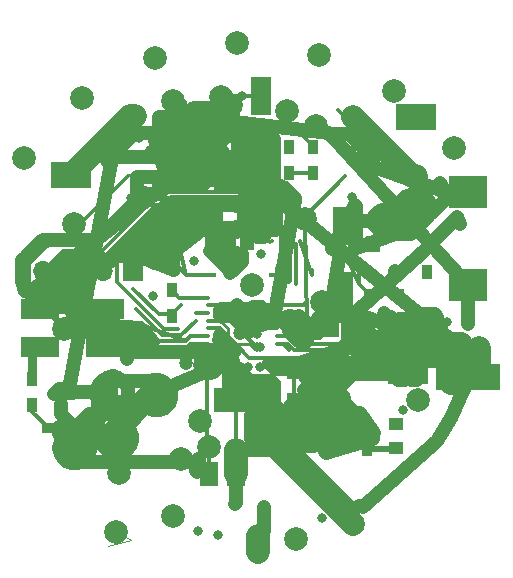
<source format=gbr>
From 718e6158a58ea41c4ef0ceec2871afac6fb21490 Mon Sep 17 00:00:00 2001
From: jaseg <git@jaseg.net>
Date: Sat, 2 Feb 2019 13:25:40 +0900
Subject: center: fix tape footprint polarity, vcc short, silk

---
 center/gerber/center-F.Cu.gbr | 4220 +++++++++++++++++++++--------------------
 1 file changed, 2176 insertions(+), 2044 deletions(-)

(limited to 'center/gerber/center-F.Cu.gbr')

diff --git a/center/gerber/center-F.Cu.gbr b/center/gerber/center-F.Cu.gbr
index f000940..24f0927 100644
--- a/center/gerber/center-F.Cu.gbr
+++ b/center/gerber/center-F.Cu.gbr
@@ -1,12 +1,12 @@
 G04 #@! TF.GenerationSoftware,KiCad,Pcbnew,(5.0.1)*
-G04 #@! TF.CreationDate,2018-11-27T10:01:39+09:00*
+G04 #@! TF.CreationDate,2019-02-02T12:52:51+09:00*
 G04 #@! TF.ProjectId,center,63656E7465722E6B696361645F706362,rev?*
 G04 #@! TF.SameCoordinates,Original*
 G04 #@! TF.FileFunction,Copper,L1,Top,Signal*
 G04 #@! TF.FilePolarity,Positive*
 %FSLAX46Y46*%
 G04 Gerber Fmt 4.6, Leading zero omitted, Abs format (unit mm)*
-G04 Created by KiCad (PCBNEW (5.0.1)) date Tue Nov 27 10:01:39 2018*
+G04 Created by KiCad (PCBNEW (5.0.1)) date Sat Feb  2 12:52:51 2019*
 %MOMM*%
 %LPD*%
 G01*
@@ -24,79 +24,79 @@ G04 #@! TA.AperFunction,SMDPad,CuDef*
 %ADD13R,1.250000X1.000000*%
 G04 #@! TD*
 G04 #@! TA.AperFunction,SMDPad,CuDef*
-%ADD14R,1.000000X1.250000*%
-G04 #@! TD*
-G04 #@! TA.AperFunction,SMDPad,CuDef*
-%ADD15R,3.500000X2.300000*%
+%ADD14R,3.500000X2.300000*%
 G04 #@! TD*
 G04 #@! TA.AperFunction,ComponentPad*
-%ADD16R,1.700000X1.700000*%
+%ADD15R,1.700000X1.700000*%
 G04 #@! TD*
 G04 #@! TA.AperFunction,ComponentPad*
-%ADD17O,1.700000X1.700000*%
+%ADD16O,1.700000X1.700000*%
 G04 #@! TD*
 G04 #@! TA.AperFunction,SMDPad,CuDef*
-%ADD18R,0.900000X1.200000*%
+%ADD17R,0.900000X1.200000*%
 G04 #@! TD*
 G04 #@! TA.AperFunction,SMDPad,CuDef*
-%ADD19R,1.200000X0.900000*%
+%ADD18R,1.200000X0.900000*%
 G04 #@! TD*
 G04 #@! TA.AperFunction,SMDPad,CuDef*
-%ADD20R,1.500000X1.500000*%
+%ADD19R,1.500000X1.500000*%
 G04 #@! TD*
 G04 #@! TA.AperFunction,SMDPad,CuDef*
-%ADD21R,1.200000X1.400000*%
+%ADD20R,1.200000X1.400000*%
 G04 #@! TD*
 G04 #@! TA.AperFunction,SMDPad,CuDef*
-%ADD22R,0.900000X0.800000*%
+%ADD21R,0.900000X0.800000*%
 G04 #@! TD*
 G04 #@! TA.AperFunction,SMDPad,CuDef*
-%ADD23R,3.800000X2.000000*%
+%ADD22R,3.800000X2.000000*%
 G04 #@! TD*
 G04 #@! TA.AperFunction,SMDPad,CuDef*
-%ADD24R,1.500000X2.000000*%
+%ADD23R,1.500000X2.000000*%
 G04 #@! TD*
 G04 #@! TA.AperFunction,SMDPad,CuDef*
-%ADD25R,1.450000X0.450000*%
+%ADD24R,1.450000X0.450000*%
 G04 #@! TD*
 G04 #@! TA.AperFunction,SMDPad,CuDef*
-%ADD26R,1.700000X3.300000*%
+%ADD25R,1.700000X3.300000*%
 G04 #@! TD*
 G04 #@! TA.AperFunction,SMDPad,CuDef*
-%ADD27R,3.300000X1.700000*%
+%ADD26R,3.300000X1.700000*%
 G04 #@! TD*
 G04 #@! TA.AperFunction,SMDPad,CuDef*
-%ADD28R,3.200000X2.700000*%
+%ADD27R,3.200000X2.700000*%
 G04 #@! TD*
 G04 #@! TA.AperFunction,ComponentPad*
-%ADD29C,2.000000*%
+%ADD28C,2.000000*%
 G04 #@! TD*
 G04 #@! TA.AperFunction,Conductor*
-%ADD30C,0.100000*%
+%ADD29C,0.100000*%
 G04 #@! TD*
 G04 #@! TA.AperFunction,ViaPad*
-%ADD31C,1.200000*%
+%ADD30C,1.200000*%
 G04 #@! TD*
 G04 #@! TA.AperFunction,ViaPad*
-%ADD32C,2.000000*%
+%ADD31C,2.000000*%
 G04 #@! TD*
 G04 #@! TA.AperFunction,ViaPad*
-%ADD33C,0.800000*%
+%ADD32C,0.800000*%
+G04 #@! TD*
+G04 #@! TA.AperFunction,Conductor*
+%ADD33C,1.200000*%
 G04 #@! TD*
 G04 #@! TA.AperFunction,Conductor*
-%ADD34C,1.200000*%
+%ADD34C,2.000000*%
 G04 #@! TD*
 G04 #@! TA.AperFunction,Conductor*
-%ADD35C,2.000000*%
+%ADD35C,0.300000*%
 G04 #@! TD*
 G04 #@! TA.AperFunction,Conductor*
-%ADD36C,0.300000*%
+%ADD36C,0.200000*%
 G04 #@! TD*
 G04 #@! TA.AperFunction,Conductor*
-%ADD37C,0.200000*%
+%ADD37C,0.500000*%
 G04 #@! TD*
 G04 #@! TA.AperFunction,Conductor*
-%ADD38C,0.500000*%
+%ADD38C,0.250000*%
 G04 #@! TD*
 G04 #@! TA.AperFunction,Conductor*
 %ADD39C,0.800000*%
@@ -184,15 +184,13 @@ G04 #@! TO.P,C11,2*
 G04 #@! TO.N,Net-(C11-Pad2)*
 X84600000Y-106000000D03*
 G04 #@! TD*
-D14*
 G04 #@! TO.P,C12,1*
 G04 #@! TO.N,Net-(C12-Pad1)*
-X118100000Y-105750000D03*
+X114000000Y-103200000D03*
 G04 #@! TO.P,C12,2*
 G04 #@! TO.N,GND*
-X120100000Y-105750000D03*
+X114000000Y-105200000D03*
 G04 #@! TD*
-D13*
 G04 #@! TO.P,C13,2*
 G04 #@! TO.N,GND*
 X113000000Y-109750000D03*
@@ -200,7 +198,7 @@ G04 #@! TO.P,C13,1*
 G04 #@! TO.N,Net-(C13-Pad1)*
 X113000000Y-111750000D03*
 G04 #@! TD*
-D15*
+D14*
 G04 #@! TO.P,D1,1*
 G04 #@! TO.N,+12V*
 X114700000Y-83750000D03*
@@ -229,11 +227,11 @@ G04 #@! TO.P,D4,1*
 G04 #@! TO.N,Net-(D2-Pad2)*
 X85478544Y-88662480D03*
 G04 #@! TD*
-D16*
+D15*
 G04 #@! TO.P,J5,1*
 G04 #@! TO.N,+3V3*
 X90750000Y-96750000D03*
-D17*
+D16*
 G04 #@! TO.P,J5,2*
 G04 #@! TO.N,/SWCLK*
 X88210000Y-96750000D03*
@@ -244,7 +242,7 @@ G04 #@! TO.P,J5,4*
 G04 #@! TO.N,/SWDIO*
 X83130000Y-96750000D03*
 G04 #@! TD*
-D18*
+D17*
 G04 #@! TO.P,R1,2*
 G04 #@! TO.N,/Vmeas_A*
 X105950000Y-88500000D03*
@@ -252,7 +250,7 @@ G04 #@! TO.P,R1,1*
 G04 #@! TO.N,Net-(D1-Pad2)*
 X105950000Y-86300000D03*
 G04 #@! TD*
-D19*
+D18*
 G04 #@! TO.P,R2,1*
 G04 #@! TO.N,Net-(D2-Pad2)*
 X106600000Y-107500000D03*
@@ -260,7 +258,7 @@ G04 #@! TO.P,R2,2*
 G04 #@! TO.N,/Vmeas_B*
 X104400000Y-107500000D03*
 G04 #@! TD*
-D18*
+D17*
 G04 #@! TO.P,R3,1*
 G04 #@! TO.N,/Vmeas_A*
 X103950000Y-88500000D03*
@@ -268,7 +266,7 @@ G04 #@! TO.P,R3,2*
 G04 #@! TO.N,GND*
 X103950000Y-86300000D03*
 G04 #@! TD*
-D19*
+D18*
 G04 #@! TO.P,R4,2*
 G04 #@! TO.N,GND*
 X106600000Y-105500000D03*
@@ -276,7 +274,7 @@ G04 #@! TO.P,R4,1*
 G04 #@! TO.N,/Vmeas_B*
 X104400000Y-105500000D03*
 G04 #@! TD*
-D18*
+D17*
 G04 #@! TO.P,R5,1*
 G04 #@! TO.N,Net-(R5-Pad1)*
 X94000000Y-98400000D03*
@@ -284,7 +282,7 @@ G04 #@! TO.P,R5,2*
 G04 #@! TO.N,+3V3*
 X94000000Y-100600000D03*
 G04 #@! TD*
-D19*
+D18*
 G04 #@! TO.P,R6,1*
 G04 #@! TO.N,Net-(C8-Pad1)*
 X96650000Y-88500000D03*
@@ -292,7 +290,7 @@ G04 #@! TO.P,R6,2*
 G04 #@! TO.N,/CH0*
 X98850000Y-88500000D03*
 G04 #@! TD*
-D18*
+D17*
 G04 #@! TO.P,R7,2*
 G04 #@! TO.N,+12V*
 X115600000Y-96900000D03*
@@ -307,7 +305,7 @@ G04 #@! TO.P,R8,1*
 G04 #@! TO.N,Net-(R8-Pad1)*
 X94500000Y-94350000D03*
 G04 #@! TD*
-D19*
+D18*
 G04 #@! TO.P,R9,1*
 G04 #@! TO.N,Net-(C7-Pad2)*
 X113100000Y-98750000D03*
@@ -315,7 +313,7 @@ G04 #@! TO.P,R9,2*
 G04 #@! TO.N,Net-(D7-Pad1)*
 X110900000Y-98750000D03*
 G04 #@! TD*
-D18*
+D17*
 G04 #@! TO.P,R11,2*
 G04 #@! TO.N,/LOAD*
 X115700000Y-101300000D03*
@@ -330,7 +328,7 @@ G04 #@! TO.P,R12,1*
 G04 #@! TO.N,Net-(C13-Pad1)*
 X110500000Y-111850000D03*
 G04 #@! TD*
-D19*
+D18*
 G04 #@! TO.P,R13,1*
 G04 #@! TO.N,Net-(C11-Pad2)*
 X83600000Y-110100000D03*
@@ -338,7 +336,7 @@ G04 #@! TO.P,R13,2*
 G04 #@! TO.N,+12V*
 X85800000Y-110100000D03*
 G04 #@! TD*
-D18*
+D17*
 G04 #@! TO.P,R14,2*
 G04 #@! TO.N,Net-(D8-Pad1)*
 X82200000Y-105900000D03*
@@ -346,7 +344,7 @@ G04 #@! TO.P,R14,1*
 G04 #@! TO.N,Net-(C11-Pad2)*
 X82200000Y-108100000D03*
 G04 #@! TD*
-D20*
+D19*
 G04 #@! TO.P,TP1,1*
 G04 #@! TO.N,Net-(TP1-Pad1)*
 X110100000Y-101600000D03*
@@ -363,7 +361,7 @@ G04 #@! TO.P,TP4,1*
 G04 #@! TO.N,Net-(TP4-Pad1)*
 X107400000Y-101600000D03*
 G04 #@! TD*
-D21*
+D20*
 G04 #@! TO.P,Y1,1*
 G04 #@! TO.N,Net-(C9-Pad1)*
 X100350000Y-94350000D03*
@@ -398,7 +396,7 @@ G04 #@! TO.P,Q2,1*
 G04 #@! TO.N,Net-(C7-Pad2)*
 X111050000Y-94500000D03*
 G04 #@! TD*
-D22*
+D21*
 G04 #@! TO.P,Q4,3*
 G04 #@! TO.N,/Q1*
 X105750000Y-110750000D03*
@@ -419,11 +417,11 @@ G04 #@! TO.P,Q5,3*
 G04 #@! TO.N,/Q3*
 X89000000Y-107000000D03*
 G04 #@! TD*
-D23*
+D22*
 G04 #@! TO.P,U1,2*
 G04 #@! TO.N,+3V3*
 X99450000Y-107700000D03*
-D24*
+D23*
 X99450000Y-114000000D03*
 G04 #@! TO.P,U1,3*
 G04 #@! TO.N,+12V*
@@ -432,7 +430,7 @@ G04 #@! TO.P,U1,1*
 G04 #@! TO.N,GND*
 X97150000Y-114000000D03*
 G04 #@! TD*
-D25*
+D24*
 G04 #@! TO.P,U2,1*
 G04 #@! TO.N,Net-(R8-Pad1)*
 X97050000Y-97075000D03*
@@ -494,7 +492,7 @@ G04 #@! TO.P,U2,20*
 G04 #@! TO.N,/SWCLK*
 X102950000Y-97075000D03*
 G04 #@! TD*
-D26*
+D25*
 G04 #@! TO.P,D5,1*
 G04 #@! TO.N,/Vmeas_A*
 X101600000Y-87450000D03*
@@ -502,7 +500,7 @@ G04 #@! TO.P,D5,2*
 G04 #@! TO.N,GND*
 X101600000Y-81950000D03*
 G04 #@! TD*
-D27*
+D26*
 G04 #@! TO.P,D6,2*
 G04 #@! TO.N,GND*
 X82850000Y-100000000D03*
@@ -510,7 +508,7 @@ G04 #@! TO.P,D6,1*
 G04 #@! TO.N,/Vmeas_B*
 X88350000Y-100000000D03*
 G04 #@! TD*
-D26*
+D25*
 G04 #@! TO.P,D7,1*
 G04 #@! TO.N,Net-(D7-Pad1)*
 X108500000Y-93000000D03*
@@ -518,7 +516,7 @@ G04 #@! TO.P,D7,2*
 G04 #@! TO.N,/CH2*
 X108500000Y-98500000D03*
 G04 #@! TD*
-D27*
+D26*
 G04 #@! TO.P,D8,2*
 G04 #@! TO.N,/CH3*
 X88350000Y-103200000D03*
@@ -526,7 +524,7 @@ G04 #@! TO.P,D8,1*
 G04 #@! TO.N,Net-(D8-Pad1)*
 X82850000Y-103200000D03*
 G04 #@! TD*
-D28*
+D27*
 G04 #@! TO.P,R10,1*
 G04 #@! TO.N,+12V*
 X119100000Y-90050000D03*
@@ -534,11 +532,11 @@ G04 #@! TO.P,R10,2*
 G04 #@! TO.N,Net-(Q3-Pad3)*
 X119100000Y-97950000D03*
 G04 #@! TD*
-D29*
+D28*
 G04 #@! TO.P,C1,1*
 G04 #@! TO.N,+12V*
 X89300000Y-118850000D03*
-D30*
+D29*
 G04 #@! TD*
 G04 #@! TO.N,+12V*
 G04 #@! TO.C,C1*
@@ -550,7 +548,7 @@ X90524745Y-119557107D01*
 X88592893Y-120074745D01*
 X88592893Y-120074745D01*
 G37*
-D29*
+D28*
 G04 #@! TO.P,C1,2*
 G04 #@! TO.N,GND*
 X94129629Y-117555905D03*
@@ -561,7 +559,7 @@ X104520371Y-119494095D03*
 G04 #@! TO.P,C4,1*
 G04 #@! TO.N,+3V3*
 X109350000Y-118200000D03*
-D30*
+D29*
 G04 #@! TD*
 G04 #@! TO.N,+3V3*
 G04 #@! TO.C,C4*
@@ -573,10 +571,10 @@ X108125255Y-117492893D01*
 X110057107Y-116975255D01*
 X110057107Y-116975255D01*
 G37*
-D31*
+D30*
 G04 #@! TO.N,+12V*
 X85799992Y-111750008D03*
-D32*
+D31*
 X92571589Y-78755737D03*
 X86370323Y-82091010D03*
 X81503225Y-87179340D03*
@@ -597,59 +595,89 @@ X117908990Y-86370323D03*
 X112820660Y-81503225D03*
 X106477354Y-78446720D03*
 X99500000Y-77500000D03*
+X85799992Y-111750008D03*
+D30*
 G04 #@! TO.N,GND*
-X95175000Y-104575000D03*
-D31*
 X98900000Y-95900000D03*
 X105250000Y-92400000D03*
-X98200000Y-82050000D03*
+X99000000Y-82700000D03*
 X84903097Y-101658975D03*
-X97350000Y-104950000D03*
-X100850000Y-100950000D03*
 X100800000Y-97950000D03*
 X106750000Y-99400000D03*
 X103800000Y-83250000D03*
-D32*
+D31*
 X106250000Y-84500000D03*
-X113550000Y-105600000D03*
+X114900000Y-107700000D03*
 X97150000Y-111700000D03*
-X89525000Y-113839991D03*
-X112350000Y-101000000D03*
-D33*
+X112000000Y-100300000D03*
+D32*
 X117300000Y-101050000D03*
 X117000000Y-102400000D03*
+D30*
+X94800000Y-82700000D03*
 D31*
-X94150000Y-82400000D03*
+X85775634Y-92775634D03*
+X94800000Y-112700000D03*
+X96400000Y-109500000D03*
+X96800000Y-104700000D03*
+D30*
+X108200000Y-105500000D03*
+D32*
+X93000000Y-93000000D03*
+X95900000Y-95900000D03*
+X93400000Y-96300000D03*
+X92400000Y-96300000D03*
+X101500000Y-93200000D03*
+X101600000Y-95300000D03*
+X92400000Y-98850000D03*
+X109300000Y-90500000D03*
+X109300000Y-86500000D03*
+X113600000Y-108500000D03*
+X109200000Y-109400000D03*
+X101100000Y-109800000D03*
+X106700000Y-117700000D03*
+X97900000Y-119100000D03*
+X96200000Y-118800000D03*
+X90600000Y-90600000D03*
+X91200000Y-85500000D03*
+X92200000Y-86500000D03*
+X100000000Y-81950000D03*
+X101600000Y-84700000D03*
+X98000000Y-87500000D03*
+X93500000Y-84200000D03*
+D30*
+X101354480Y-100500010D03*
 G04 #@! TO.N,+3V3*
 X99200000Y-104400000D03*
-X99500000Y-99675000D03*
+X99750000Y-102000000D03*
+D31*
 G04 #@! TO.N,Net-(D1-Pad2)*
 X111750000Y-86139998D03*
 G04 #@! TO.N,Net-(D2-Pad2)*
 X87950000Y-86191024D03*
-D33*
-X108475000Y-105450000D03*
+D32*
+X107900000Y-107700000D03*
 G04 #@! TO.N,/Vmeas_A*
-X93300000Y-85600000D03*
-X92950000Y-93300000D03*
+X90683142Y-95080201D03*
+X97975075Y-89849978D03*
 G04 #@! TO.N,/Vmeas_B*
 X101500000Y-104900000D03*
-X101200000Y-103200000D03*
-D32*
+X101450021Y-103200000D03*
+D31*
 G04 #@! TO.N,/Q2*
-X114500000Y-91600000D03*
+X114800000Y-91700000D03*
 G04 #@! TO.N,/Q0*
-X94600000Y-88000000D03*
+X94500000Y-87400000D03*
 G04 #@! TO.N,/Q3*
-X89350000Y-110950000D03*
+X92694365Y-107305635D03*
 G04 #@! TO.N,/Q1*
-X104024660Y-110386712D03*
-D33*
+X103000000Y-109800000D03*
+D32*
 G04 #@! TO.N,/CH1*
 X101225000Y-102100000D03*
 X100450000Y-104875000D03*
 G04 #@! TD*
-D34*
+D33*
 G04 #@! TO.N,+12V*
 X87000000Y-108900000D02*
 X85800000Y-110100000D01*
@@ -659,8 +687,6 @@ X84600000Y-108900000D02*
 X85800000Y-110100000D01*
 X84600000Y-108000000D02*
 X84600000Y-108900000D01*
-X85800000Y-110100000D02*
-X85800000Y-111750000D01*
 X113100000Y-96900000D02*
 X112950000Y-96750000D01*
 X115600000Y-96900000D02*
@@ -679,12 +705,15 @@ X101800000Y-118750000D02*
 X101350000Y-119200000D01*
 X101800000Y-116750000D02*
 X101800000Y-118750000D01*
-D35*
+D34*
 X101350000Y-119200000D02*
 X101350000Y-120600000D01*
-X85800000Y-111750000D02*
-X85799992Y-111750008D01*
-D36*
+D33*
+X85799992Y-110100008D02*
+X85800000Y-110100000D01*
+X85799992Y-111750008D02*
+X85799992Y-110100008D01*
+D35*
 G04 #@! TO.N,GND*
 X105500000Y-101025000D02*
 X105500000Y-101250000D01*
@@ -703,7 +732,7 @@ X105250000Y-92400000D01*
 X108700000Y-88750000D02*
 X105250000Y-92200000D01*
 X101600000Y-81950000D02*
-X98300000Y-81950000D01*
+X100000000Y-81950000D01*
 X98300000Y-81950000D02*
 X98200000Y-82050000D01*
 X82850000Y-100000000D02*
@@ -711,17 +740,9 @@ X83244122Y-100000000D01*
 X83244122Y-100000000D02*
 X84903097Y-101658975D01*
 X97150000Y-114000000D02*
-X97150000Y-111700000D01*
+X97000000Y-110650000D01*
 X97150000Y-110800000D02*
 X97000000Y-110650000D01*
-X97000000Y-110650000D02*
-X97000000Y-105300000D01*
-X97000000Y-105300000D02*
-X97350000Y-104950000D01*
-X102950000Y-100325000D02*
-X101475000Y-100325000D01*
-X101475000Y-100325000D02*
-X100850000Y-100950000D01*
 X105500000Y-101250000D02*
 X106750000Y-100000000D01*
 X106750000Y-100000000D02*
@@ -748,12 +769,7 @@ X112550001Y-104600001D02*
 X106749999Y-104600001D01*
 X113550000Y-105600000D02*
 X112550001Y-104600001D01*
-D34*
-X120050000Y-104950000D02*
-X119400000Y-105600000D01*
-X120050000Y-103300000D02*
-X120050000Y-104950000D01*
-D37*
+D36*
 X119450000Y-103300000D02*
 X119250000Y-103100000D01*
 X119250000Y-103100000D02*
@@ -776,16 +792,33 @@ X117300000Y-101050000D02*
 X117300000Y-102100000D01*
 X117300000Y-102100000D02*
 X117000000Y-102400000D01*
-X119550000Y-105750000D02*
-X119400000Y-105600000D01*
-X120100000Y-105750000D02*
-X119550000Y-105750000D01*
-D38*
+D37*
 X94800000Y-84250000D02*
 X94800000Y-83050000D01*
 X94800000Y-83050000D02*
 X94150000Y-82400000D01*
-D36*
+D38*
+X86165390Y-92775634D02*
+X85775634Y-92775634D01*
+X90878544Y-88662480D02*
+X90278544Y-88662480D01*
+X90278544Y-88662480D02*
+X86165390Y-92775634D01*
+D35*
+X97000000Y-110650000D02*
+X97150000Y-111700000D01*
+X100000000Y-81950000D02*
+X98300000Y-81950000D01*
+D39*
+X120050000Y-103300000D02*
+X120050000Y-103550000D01*
+X120050000Y-103550000D02*
+X119050000Y-104550000D01*
+D35*
+X102950000Y-100325000D02*
+X101529490Y-100325000D01*
+X101529490Y-100325000D02*
+X101354480Y-100500010D01*
 G04 #@! TO.N,+3V3*
 X94775000Y-99675000D02*
 X94000000Y-100450000D01*
@@ -795,23 +828,17 @@ X105175000Y-99675000D02*
 X105500000Y-99350000D01*
 X102950000Y-99675000D02*
 X105175000Y-99675000D01*
-D34*
+D33*
 X99450000Y-116450000D02*
 X99400000Y-116500000D01*
 X99450000Y-114000000D02*
 X99450000Y-116450000D01*
-X103050000Y-111900000D02*
-X99450000Y-111900000D01*
-D35*
+D34*
 X99450000Y-114000000D02*
 X99450000Y-111900000D01*
-D34*
-X109350000Y-118200000D02*
-X103050000Y-111900000D01*
-D35*
 X99450000Y-111900000D02*
 X99450000Y-107700000D01*
-D36*
+D35*
 X94000000Y-100600000D02*
 X94000000Y-100450000D01*
 X90750000Y-98300000D02*
@@ -820,18 +847,45 @@ X94000000Y-100450000D02*
 X92900000Y-100450000D01*
 X92900000Y-100450000D02*
 X90750000Y-98300000D01*
-X102950000Y-99675000D02*
-X99500000Y-99675000D01*
-X99500000Y-99675000D02*
-X97050000Y-99675000D01*
-D34*
+D33*
 X98850000Y-104750000D02*
 X99200000Y-104400000D01*
 X99450000Y-107700000D02*
 X98850000Y-107100000D01*
 X98850000Y-107100000D02*
 X98850000Y-104750000D01*
-D38*
+X109350000Y-118200000D02*
+X103050000Y-111900000D01*
+X103050000Y-111900000D02*
+X99450000Y-111900000D01*
+D35*
+X99750000Y-101350000D02*
+X99750000Y-102000000D01*
+X97050000Y-99675000D02*
+X98075000Y-99675000D01*
+D37*
+X101700000Y-99450000D02*
+X100795998Y-99450000D01*
+D35*
+X101925000Y-99675000D02*
+X101700000Y-99450000D01*
+X102950000Y-99675000D02*
+X101925000Y-99675000D01*
+D37*
+X100795998Y-99450000D02*
+X100595998Y-99650000D01*
+X98100000Y-99650000D02*
+X98075000Y-99675000D01*
+X100595998Y-99650000D02*
+X98100000Y-99650000D01*
+X99750000Y-101151472D02*
+X99750000Y-102000000D01*
+X100595998Y-99650000D02*
+X99900000Y-99650000D01*
+X99750000Y-99800000D02*
+X99750000Y-101151472D01*
+X99900000Y-99650000D02*
+X99750000Y-99800000D01*
 G04 #@! TO.N,Net-(C7-Pad2)*
 X113450000Y-99100000D02*
 X113100000Y-98750000D01*
@@ -862,7 +916,7 @@ X97600000Y-86200000D02*
 X97600000Y-86600000D01*
 X96650000Y-87550000D02*
 X96650000Y-88500000D01*
-D36*
+D35*
 G04 #@! TO.N,Net-(C9-Pad1)*
 X102350000Y-94350000D02*
 X102500000Y-94200000D01*
@@ -905,21 +959,24 @@ X82200000Y-108700000D02*
 X83600000Y-110100000D01*
 X82200000Y-108100000D02*
 X82200000Y-108700000D01*
-D38*
+D37*
 G04 #@! TO.N,Net-(C12-Pad1)*
 X118100000Y-103350000D02*
 X118150000Y-103300000D01*
-X118100000Y-105750000D02*
-X118100000Y-103350000D01*
 X117950000Y-103500000D02*
 X118150000Y-103300000D01*
 X115700000Y-103500000D02*
 X117950000Y-103500000D01*
-D36*
+D39*
+X114300000Y-103500000D02*
+X114000000Y-103200000D01*
+X115700000Y-103500000D02*
+X114300000Y-103500000D01*
+D35*
 G04 #@! TO.N,Net-(C13-Pad1)*
 X110400000Y-111750000D02*
 X110500000Y-111850000D01*
-D38*
+D37*
 X110350000Y-111700000D02*
 X110500000Y-111850000D01*
 X107750000Y-111700000D02*
@@ -928,7 +985,7 @@ X112900000Y-111850000D02*
 X113000000Y-111750000D01*
 X110500000Y-111850000D02*
 X112900000Y-111850000D01*
-D35*
+D34*
 G04 #@! TO.N,Net-(D1-Pad2)*
 X114360002Y-88750000D02*
 X114700000Y-88750000D01*
@@ -938,7 +995,7 @@ X109360002Y-83750000D02*
 X111750000Y-86139998D01*
 X111750000Y-86139998D02*
 X114360002Y-88750000D01*
-D36*
+D35*
 X105950000Y-86150000D02*
 X104700000Y-84900000D01*
 X104700000Y-84900000D02*
@@ -953,7 +1010,7 @@ X108700000Y-83750000D02*
 X109300000Y-83750000D01*
 X108099999Y-83149999D02*
 X108700000Y-83750000D01*
-D35*
+D34*
 G04 #@! TO.N,Net-(D2-Pad2)*
 X90878544Y-83662480D02*
 X90478544Y-83662480D01*
@@ -961,13 +1018,12 @@ X85478544Y-88662480D02*
 X87950000Y-86191024D01*
 X90478544Y-83662480D02*
 X87950000Y-86191024D01*
-D36*
-X106750000Y-107500000D02*
-X108475000Y-105775000D01*
+D38*
 X106600000Y-107500000D02*
-X106750000Y-107500000D01*
-X108475000Y-105775000D02*
-X108475000Y-105450000D01*
+X107700000Y-107500000D01*
+X107700000Y-107500000D02*
+X107900000Y-107700000D01*
+D35*
 G04 #@! TO.N,/Vmeas_A*
 X105950000Y-88500000D02*
 X103950000Y-88500000D01*
@@ -983,51 +1039,27 @@ X93369964Y-101699968D02*
 X94580035Y-101699967D01*
 X96025000Y-100325000D02*
 X97050000Y-100325000D01*
-X91869998Y-93300000D02*
-X89410001Y-95759997D01*
-X92950000Y-93300000D02*
-X91869998Y-93300000D01*
 X89410001Y-97740003D02*
 X93369964Y-101699968D01*
 X89410001Y-95759997D02*
 X89410001Y-97740003D01*
-X93699999Y-85200001D02*
-X93300000Y-85600000D01*
-X95330002Y-85200000D02*
-X93699999Y-85200001D01*
-X95800000Y-84730002D02*
-X95330002Y-85200000D01*
-X95800000Y-83669998D02*
-X95800000Y-84730002D01*
-X96069998Y-83400000D02*
-X95800000Y-83669998D01*
-X97200000Y-83400000D02*
-X96069998Y-83400000D01*
-X98200010Y-85100010D02*
-X98200010Y-84400010D01*
-X101600000Y-86650000D02*
-X100200000Y-85250000D01*
+D38*
+X90089797Y-95080201D02*
+X89410001Y-95759997D01*
+X90683142Y-95080201D02*
+X90089797Y-95080201D01*
 X101600000Y-87450000D02*
-X101600000Y-86650000D01*
-X100200000Y-85250000D02*
-X98350000Y-85250000D01*
-X98350000Y-85250000D02*
-X98200010Y-85100010D01*
-X98200010Y-84400010D02*
-X97200000Y-83400000D01*
+X101600000Y-88250000D01*
+X101600000Y-88250000D02*
+X100000022Y-89849978D01*
+X98540760Y-89849978D02*
+X97975075Y-89849978D01*
+X100000022Y-89849978D02*
+X98540760Y-89849978D01*
+D35*
 G04 #@! TO.N,/Vmeas_B*
 X104400000Y-107500000D02*
 X104400000Y-105500000D01*
-X104400000Y-105500000D02*
-X102600000Y-105500000D01*
-X102600000Y-105500000D02*
-X102000000Y-104900000D01*
-X102000000Y-104900000D02*
-X101500000Y-104900000D01*
-X98975000Y-100975000D02*
-X97050000Y-100975000D01*
-X101200000Y-103200000D02*
-X98975000Y-100975000D01*
 X93162855Y-102199978D02*
 X94800022Y-102199978D01*
 X88350000Y-100000000D02*
@@ -1038,6 +1070,26 @@ X94800022Y-102199978D02*
 X96025000Y-100975000D01*
 X90962876Y-100000000D02*
 X93162855Y-102199978D01*
+D38*
+X98750010Y-102450010D02*
+X99225001Y-102925001D01*
+X100609337Y-102925001D02*
+X100884336Y-103200000D01*
+X100884336Y-103200000D02*
+X101450021Y-103200000D01*
+X98750010Y-101628245D02*
+X98750010Y-102450010D01*
+X98096765Y-100975000D02*
+X98750010Y-101628245D01*
+X99225001Y-102925001D02*
+X100609337Y-102925001D01*
+X97050000Y-100975000D02*
+X98096765Y-100975000D01*
+D35*
+X103800000Y-104900000D02*
+X101500000Y-104900000D01*
+X104400000Y-105500000D02*
+X103800000Y-104900000D01*
 G04 #@! TO.N,Net-(D7-Pad1)*
 X110750000Y-98750000D02*
 X109900000Y-97900000D01*
@@ -1050,141 +1102,139 @@ X108500000Y-94950000D01*
 X109900000Y-97900000D02*
 X109900000Y-96350000D01*
 G04 #@! TO.N,/CH2*
-X103975000Y-102275000D02*
-X104650000Y-102950000D01*
-X102950000Y-102275000D02*
-X103975000Y-102275000D01*
-X108500000Y-102630002D02*
-X108500000Y-100450000D01*
-X108180002Y-102950000D02*
-X108500000Y-102630002D01*
-X108500000Y-100450000D02*
+X108650000Y-98650000D02*
 X108500000Y-98500000D01*
+X108650000Y-102700000D02*
+X108650000Y-98650000D01*
+X108400000Y-102950000D02*
+X108650000Y-102700000D01*
 X104650000Y-102950000D02*
-X108180002Y-102950000D01*
+X108400000Y-102950000D01*
+X102950000Y-102275000D02*
+X103975000Y-102275000D01*
+X103975000Y-102275000D02*
+X104650000Y-102950000D01*
 G04 #@! TO.N,/CH3*
+X95300000Y-103200000D02*
+X90300000Y-103200000D01*
+X95575000Y-102925000D02*
+X95300000Y-103200000D01*
+X97050000Y-102925000D02*
+X95575000Y-102925000D01*
 X90300000Y-103200000D02*
 X88350000Y-103200000D01*
-X97050000Y-102925000D02*
-X96550000Y-102925000D01*
-X96550000Y-102925000D02*
-X96275000Y-103200000D01*
-X96275000Y-103200000D02*
-X90300000Y-103200000D01*
 D39*
 G04 #@! TO.N,Net-(D8-Pad1)*
 X82200000Y-103850000D02*
 X82850000Y-103200000D01*
 X82200000Y-105900000D02*
 X82200000Y-103850000D01*
-D34*
+D33*
 G04 #@! TO.N,/Q2*
 X112000000Y-92500000D02*
-X113600000Y-92500000D01*
-X113600000Y-92500000D02*
-X114500000Y-91600000D01*
+X114000000Y-92500000D01*
+X114000000Y-92500000D02*
+X114800000Y-91700000D01*
 G04 #@! TO.N,/Q0*
-X94800000Y-87800000D02*
-X94600000Y-88000000D01*
-X95750000Y-86850000D02*
-X94600000Y-88000000D01*
 X95750000Y-86250000D02*
-X95750000Y-86850000D01*
-D35*
+X95650000Y-86250000D01*
+X95650000Y-86250000D02*
+X94500000Y-87400000D01*
 G04 #@! TO.N,/Q3*
-X89000000Y-110600000D02*
-X89350000Y-110950000D01*
+X92388730Y-107000000D02*
+X92694365Y-107305635D01*
 X89000000Y-107000000D02*
-X89000000Y-110600000D01*
-D34*
+X92388730Y-107000000D01*
 G04 #@! TO.N,/Q1*
-X104387948Y-110750000D02*
-X104024660Y-110386712D01*
 X105750000Y-110750000D02*
-X104387948Y-110750000D01*
-D36*
+X103950000Y-110750000D01*
+X103950000Y-110750000D02*
+X103000000Y-109800000D01*
+D35*
 G04 #@! TO.N,/SWCLK*
+X93714245Y-91099999D02*
+X102905001Y-91099999D01*
+X102905001Y-91099999D02*
+X103225001Y-91419999D01*
 X102950000Y-96550000D02*
 X102950000Y-97075000D01*
 X103225001Y-96274999D02*
 X102950000Y-96550000D01*
-X103225001Y-91419999D02*
-X103225001Y-96274999D01*
+X93114223Y-91700021D02*
+X93714245Y-91099999D01*
+X92199979Y-91700022D02*
+X93114223Y-91700021D01*
 X88210000Y-96750000D02*
 X88210000Y-95690001D01*
 X88210000Y-95690001D02*
-X92737498Y-91162503D01*
-X92737498Y-91162503D02*
-X93322768Y-91162502D01*
-X93322768Y-91162502D02*
-X93935270Y-90550000D01*
-X102355002Y-90550000D02*
-X103225001Y-91419999D01*
-X93935270Y-90550000D02*
-X102355002Y-90550000D01*
+X92199979Y-91700022D01*
+X103225001Y-91419999D02*
+X103225001Y-96274999D01*
 G04 #@! TO.N,/SWDIO*
-X93728159Y-90049989D02*
-X103279991Y-90049989D01*
-X103975000Y-97725000D02*
-X102950000Y-97725000D01*
-X93115656Y-90662492D02*
-X93728159Y-90049989D01*
+X88092880Y-95099999D02*
+X91992869Y-91200011D01*
 X104050000Y-97650000D02*
 X103975000Y-97725000D01*
-X84780000Y-95100000D02*
-X88092879Y-95100000D01*
 X83130000Y-96750000D02*
 X84780000Y-95100000D01*
-X92530387Y-90662492D02*
-X93115656Y-90662492D01*
-X88092879Y-95100000D02*
-X92530387Y-90662492D01*
-X103279991Y-90049989D02*
-X104050000Y-90819998D01*
+X103975000Y-97725000D02*
+X102950000Y-97725000D01*
+X91992869Y-91200011D02*
+X92907111Y-91200011D01*
 X104050000Y-90819998D02*
 X104050000Y-97650000D01*
+X93507134Y-90599988D02*
+X103829990Y-90599988D01*
+X92907111Y-91200011D02*
+X93507134Y-90599988D01*
+X84780000Y-95100000D02*
+X88092880Y-95099999D01*
+X103829990Y-90599988D02*
+X104050000Y-90819998D01*
 G04 #@! TO.N,Net-(R5-Pad1)*
 X94625000Y-99025000D02*
 X94000000Y-98400000D01*
 X97050000Y-99025000D02*
 X94625000Y-99025000D01*
 G04 #@! TO.N,/CH0*
-X95667878Y-102275000D02*
-X97050000Y-102275000D01*
-X95242889Y-102699989D02*
-X95667878Y-102275000D01*
-X92908545Y-90162481D02*
-X92323276Y-90162481D01*
-X93571026Y-89500000D02*
-X92908545Y-90162481D01*
-X98850000Y-88500000D02*
-X98700000Y-88500000D01*
-X97700000Y-89500000D02*
-X93571026Y-89500000D01*
-X83504008Y-94599990D02*
-X81929999Y-96173999D01*
-X81929999Y-96173999D02*
-X81929999Y-98129999D01*
-X98700000Y-88500000D02*
-X97700000Y-89500000D01*
-X87885767Y-94599990D02*
-X83504008Y-94599990D01*
-X81929999Y-98129999D02*
-X84110001Y-98129999D01*
-X92323276Y-90162481D02*
-X87885767Y-94599990D01*
-X86100000Y-100119998D02*
+X96614743Y-90099977D02*
+X98214720Y-88500000D01*
+X93300023Y-90099977D02*
+X96614743Y-90099977D01*
+X86669998Y-101450000D02*
 X86100000Y-100880002D01*
-X84110001Y-98129999D02*
-X86100000Y-100119998D01*
-X86100000Y-100880002D02*
-X86419998Y-101200000D01*
-X86419998Y-101200000D02*
-X91455756Y-101200000D01*
-X91455756Y-101200000D02*
-X92955745Y-102699989D01*
+X91705756Y-101450000D02*
+X86669998Y-101450000D01*
+X98214720Y-88500000D02*
+X98850000Y-88500000D01*
 X92955745Y-102699989D02*
-X95242889Y-102699989D01*
+X91705756Y-101450000D01*
+X95092889Y-102699989D02*
+X92955745Y-102699989D01*
+X95517878Y-102275000D02*
+X95092889Y-102699989D01*
+X86100000Y-100880002D02*
+X86100000Y-100119998D01*
+X83200011Y-94599989D02*
+X87885768Y-94599989D01*
+X86100000Y-100119998D02*
+X84110001Y-98129999D01*
+X91785757Y-90700000D02*
+X92700000Y-90700000D01*
+X84110001Y-98129999D02*
+X82309998Y-98129999D01*
+X97050000Y-102275000D02*
+X95517878Y-102275000D01*
+X81750000Y-96050000D02*
+X83200011Y-94599989D01*
+X92700000Y-90700000D02*
+X93300023Y-90099977D01*
+X82309998Y-98129999D02*
+X81750000Y-97570001D01*
+X81750000Y-97570001D02*
+X81750000Y-96050000D01*
+X87885768Y-94599989D02*
+X91785757Y-90700000D01*
 G04 #@! TO.N,Net-(R8-Pad1)*
 X97050000Y-97075000D02*
 X95225000Y-97075000D01*
@@ -1193,50 +1243,70 @@ X94500000Y-94350000D01*
 X95225000Y-97075000D02*
 X94500000Y-96350000D01*
 G04 #@! TO.N,/LOAD*
-X111549999Y-104100001D02*
-X100550001Y-104100001D01*
-X100550001Y-104100001D02*
-X98075000Y-101625000D01*
 X98075000Y-101625000D02*
 X97050000Y-101625000D01*
+X110499999Y-104100001D02*
+X100550001Y-104100001D01*
 X115700000Y-101300000D02*
-X114350000Y-101300000D01*
-X114350000Y-101300000D02*
-X111549999Y-104100001D01*
+X113300000Y-101300000D01*
+X113300000Y-101300000D02*
+X110499999Y-104100001D01*
+X100550001Y-104100001D02*
+X100250000Y-103800000D01*
+D38*
+X100250000Y-103800000D02*
+X99825012Y-103375012D01*
+X99825012Y-103375012D02*
+X98825012Y-103375012D01*
+X98825012Y-103375012D02*
+X98300000Y-102850000D01*
+X98299999Y-101849999D02*
+X98075000Y-101625000D01*
+X98300000Y-102850000D02*
+X98299999Y-101849999D01*
+D35*
 G04 #@! TO.N,/CH1*
 X102950000Y-101625000D02*
 X101700000Y-101625000D01*
 X101700000Y-101625000D02*
 X101225000Y-102100000D01*
-X100450000Y-105440685D02*
-X101059315Y-106050000D01*
-X100450000Y-104875000D02*
-X100450000Y-105440685D01*
-X101059315Y-106050000D02*
-X102625000Y-106050000D01*
-X102625000Y-106050000D02*
-X103100000Y-106525000D01*
-X103100000Y-107880002D02*
-X103594998Y-108375000D01*
-X103100000Y-106525000D02*
-X103100000Y-107880002D01*
-X109750000Y-109650000D02*
-X110500000Y-109650000D01*
-X108475000Y-108375000D02*
-X109750000Y-109650000D01*
-X103594998Y-108375000D02*
-X108475000Y-108375000D01*
+X107219998Y-110750000D02*
+X106169998Y-109700000D01*
+X103100000Y-106150000D02*
+X102600000Y-105650000D01*
+X104925000Y-109700000D02*
+X103600000Y-108375000D01*
+X102600000Y-105650000D02*
+X100800000Y-105650000D01*
+X109550000Y-110750000D02*
+X107219998Y-110750000D01*
+X103600000Y-108375000D02*
+X103325000Y-108375000D01*
+X110500000Y-109650000D02*
+X110500000Y-109800000D01*
+X106169998Y-109700000D02*
+X104925000Y-109700000D01*
+X110500000Y-109800000D02*
+X109550000Y-110750000D01*
+X103325000Y-108375000D02*
+X103100000Y-108150000D01*
+X103100000Y-108150000D02*
+X103100000Y-106150000D01*
+X100800000Y-105650000D02*
+X100450000Y-105300000D01*
+X100450000Y-105300000D02*
+X100450000Y-104875000D01*
 G04 #@! TO.N,Net-(TP1-Pad1)*
-X103450000Y-102925000D02*
-X103975000Y-103450000D01*
-X102950000Y-102925000D02*
-X103450000Y-102925000D01*
+X109300000Y-103450000D02*
+X110100000Y-102650000D01*
 X110100000Y-102650000D02*
 X110100000Y-101600000D01*
-X103975000Y-103450000D02*
+X104400000Y-103450000D02*
 X109300000Y-103450000D01*
-X109300000Y-103450000D02*
-X110100000Y-102650000D01*
+X102950000Y-102925000D02*
+X103875000Y-102925000D01*
+X103875000Y-102925000D02*
+X104400000Y-103450000D01*
 G04 #@! TO.N,Net-(TP2-Pad1)*
 X105900000Y-96700000D02*
 X105900000Y-97100000D01*
@@ -1258,19 +1328,19 @@ X104850000Y-94200000D01*
 X104550010Y-97857110D02*
 X104550010Y-94499990D01*
 G04 #@! TO.N,Net-(TP4-Pad1)*
-X103975000Y-100975000D02*
-X104600000Y-101600000D01*
+X106550000Y-102450000D02*
+X107400000Y-101600000D01*
+X105094998Y-102450000D02*
+X106550000Y-102450000D01*
+X104400000Y-101400000D02*
+X104400000Y-101755002D01*
 X102950000Y-100975000D02*
 X103975000Y-100975000D01*
-X106799999Y-102200001D02*
-X107400000Y-101600000D01*
-X104600000Y-101955002D02*
-X104844999Y-102200001D01*
-X104844999Y-102200001D02*
-X106799999Y-102200001D01*
-X104600000Y-101600000D02*
-X104600000Y-101955002D01*
-D34*
+X104400000Y-101755002D02*
+X105094998Y-102450000D01*
+X103975000Y-100975000D02*
+X104400000Y-101400000D01*
+D33*
 G04 #@! TO.N,Net-(Q3-Pad3)*
 X119100000Y-101300000D02*
 X119100000Y-97950000D01*
@@ -1345,8 +1415,10 @@ X107351736Y-85098264D01*
 X107442701Y-85159044D01*
 X107550000Y-85180387D01*
 X108987268Y-85180387D01*
-X110937232Y-87130352D01*
-X110937235Y-87130354D01*
+X110669106Y-86862226D01*
+X110669107Y-86862228D01*
+X111027770Y-87220891D01*
+X111027773Y-87220892D01*
 X111081881Y-87275000D01*
 X109556250Y-87275000D01*
 X109475000Y-87356250D01*
@@ -1368,6 +1440,34 @@ X116730387Y-89900000D01*
 X116730387Y-89304344D01*
 X117219613Y-90160489D01*
 X117219613Y-90692951D01*
+X116075000Y-91837564D01*
+X116075000Y-91446387D01*
+X115880893Y-90977770D01*
+X115522230Y-90619107D01*
+X115053613Y-90425000D01*
+X114546387Y-90425000D01*
+X114077770Y-90619107D01*
+X113719107Y-90977770D01*
+X113525000Y-91446387D01*
+X113525000Y-91625000D01*
+X111913821Y-91625000D01*
+X111658592Y-91675768D01*
+X111369160Y-91869160D01*
+X111175768Y-92158592D01*
+X111107858Y-92500000D01*
+X111175768Y-92841408D01*
+X111369160Y-93130840D01*
+X111658592Y-93324232D01*
+X111913821Y-93375000D01*
+X113913822Y-93375000D01*
+X114000000Y-93392142D01*
+X114086178Y-93375000D01*
+X114086179Y-93375000D01*
+X114341408Y-93324232D01*
+X114630840Y-93130840D01*
+X114679659Y-93057777D01*
+X114762436Y-92975000D01*
+X114937564Y-92975000D01*
 X114287564Y-93625000D01*
 X113036179Y-93625000D01*
 X112950000Y-93607858D01*
@@ -1420,39 +1520,6 @@ X109457299Y-94909044D01*
 X109548264Y-94848264D01*
 X109609044Y-94757299D01*
 X109630387Y-94650000D01*
-X109630387Y-92500000D01*
-X111107858Y-92500000D01*
-X111175768Y-92841408D01*
-X111369160Y-93130840D01*
-X111658592Y-93324232D01*
-X111913821Y-93375000D01*
-X113513822Y-93375000D01*
-X113600000Y-93392142D01*
-X113686178Y-93375000D01*
-X113686179Y-93375000D01*
-X113941408Y-93324232D01*
-X114230840Y-93130840D01*
-X114279659Y-93057777D01*
-X114462436Y-92875000D01*
-X114753613Y-92875000D01*
-X115222230Y-92680893D01*
-X115580893Y-92322230D01*
-X115775000Y-91853613D01*
-X115775000Y-91346387D01*
-X115580893Y-90877770D01*
-X115222230Y-90519107D01*
-X114753613Y-90325000D01*
-X114246387Y-90325000D01*
-X113777770Y-90519107D01*
-X113419107Y-90877770D01*
-X113225000Y-91346387D01*
-X113225000Y-91625000D01*
-X111913821Y-91625000D01*
-X111658592Y-91675768D01*
-X111369160Y-91869160D01*
-X111175768Y-92158592D01*
-X111107858Y-92500000D01*
-X109630387Y-92500000D01*
 X109630387Y-91350000D01*
 X109609044Y-91242701D01*
 X109548264Y-91151736D01*
@@ -1470,7 +1537,7 @@ X107542701Y-94909044D01*
 X107650000Y-94930387D01*
 X108070575Y-94930387D01*
 X108066674Y-94950000D01*
-X108075000Y-94991857D01*
+X108085291Y-95043592D01*
 X108099659Y-95115826D01*
 X108193592Y-95256408D01*
 X108229081Y-95280121D01*
@@ -1488,17 +1555,17 @@ X107390956Y-100257299D01*
 X107451736Y-100348264D01*
 X107542701Y-100409044D01*
 X107650000Y-100430387D01*
-X108075000Y-100430387D01*
-X108075000Y-100491857D01*
-X108075001Y-100491862D01*
-X108075001Y-100569613D01*
+X108225001Y-100430387D01*
+X108225001Y-100584531D01*
+X108150000Y-100569613D01*
 X106650000Y-100569613D01*
 X106542701Y-100590956D01*
 X106451736Y-100651736D01*
 X106390956Y-100742701D01*
 X106369613Y-100850000D01*
-X106369613Y-101775001D01*
-X106200000Y-101775001D01*
+X106369613Y-102025000D01*
+X106154290Y-102025000D01*
+X106200000Y-101914646D01*
 X106200000Y-101506250D01*
 X106118750Y-101425000D01*
 X105675000Y-101425000D01*
@@ -1528,8 +1595,11 @@ X104800000Y-100585354D01*
 X104800000Y-100993750D01*
 X104881248Y-101074998D01*
 X104800000Y-101074998D01*
-X104800000Y-101198960D01*
-X104305121Y-100704081D01*
+X104800000Y-101233663D01*
+X104777507Y-101200000D01*
+X104706408Y-101093592D01*
+X104670922Y-101069881D01*
+X104305121Y-100704080D01*
 X104281408Y-100668592D01*
 X104140827Y-100574659D01*
 X104016858Y-100550000D01*
@@ -1558,25 +1628,24 @@ X101298959Y-101425000D01*
 X101090734Y-101425000D01*
 X100842643Y-101527763D01*
 X100652763Y-101717643D01*
-X100554913Y-101953873D01*
-X99305121Y-100704081D01*
-X99281408Y-100668592D01*
-X99140827Y-100574659D01*
-X99016858Y-100550000D01*
-X99016857Y-100550000D01*
-X98975000Y-100541674D01*
-X98933143Y-100550000D01*
-X98055387Y-100550000D01*
-X98055387Y-100100000D01*
-X98728948Y-100100000D01*
-X98758211Y-100170648D01*
-X99004352Y-100416789D01*
-X99325952Y-100550000D01*
-X99674048Y-100550000D01*
-X99995648Y-100416789D01*
-X100241789Y-100170648D01*
-X100271052Y-100100000D01*
-X101900000Y-100100000D01*
+X100616450Y-101805310D01*
+X100491789Y-101504352D01*
+X100275000Y-101287563D01*
+X100275000Y-100175000D01*
+X100544292Y-100175000D01*
+X100595998Y-100185285D01*
+X100647704Y-100175000D01*
+X100653471Y-100173853D01*
+X100672478Y-100170072D01*
+X100800843Y-100144539D01*
+X100974502Y-100028504D01*
+X101003795Y-99984664D01*
+X101013459Y-99975000D01*
+X101614310Y-99975000D01*
+X101618592Y-99981408D01*
+X101732909Y-100057792D01*
+X101759173Y-100075341D01*
+X101900000Y-100103353D01*
 X101900000Y-100131250D01*
 X101981250Y-100212500D01*
 X102775000Y-100212500D01*
@@ -1645,66 +1714,18 @@ X104483326Y-90819997D01*
 X104450341Y-90654171D01*
 X104412500Y-90597538D01*
 X104356408Y-90513590D01*
-X104320923Y-90489880D01*
-X103610112Y-89779070D01*
-X103586399Y-89743581D01*
-X103445818Y-89649648D01*
-X103321849Y-89624989D01*
-X103321848Y-89624989D01*
-X103279991Y-89616663D01*
-X103238134Y-89624989D01*
-X98176051Y-89624989D01*
-X98570653Y-89230387D01*
-X99450000Y-89230387D01*
-X99557299Y-89209044D01*
-X99648264Y-89148264D01*
-X99709044Y-89057299D01*
-X99730387Y-88950000D01*
-X99730387Y-88050000D01*
-X99709044Y-87942701D01*
-X99648264Y-87851736D01*
-X99557299Y-87790956D01*
-X99450000Y-87769613D01*
-X98250000Y-87769613D01*
-X98142701Y-87790956D01*
-X98051736Y-87851736D01*
-X97990956Y-87942701D01*
-X97969613Y-88050000D01*
-X97969613Y-88629347D01*
-X97523960Y-89075000D01*
-X97497217Y-89075000D01*
-X97509044Y-89057299D01*
-X97530387Y-88950000D01*
-X97530387Y-88050000D01*
-X97509044Y-87942701D01*
-X97448264Y-87851736D01*
-X97357299Y-87790956D01*
-X97250000Y-87769613D01*
-X97175000Y-87769613D01*
-X97175000Y-87767461D01*
-X97934667Y-87007795D01*
-X97978504Y-86978504D01*
-X98094539Y-86804845D01*
-X98110421Y-86725000D01*
-X98344613Y-86725000D01*
-X98344613Y-86800000D01*
-X98365956Y-86907299D01*
-X98426736Y-86998264D01*
-X98517701Y-87059044D01*
-X98625000Y-87080387D01*
-X99375000Y-87080387D01*
-X99482299Y-87059044D01*
-X99573264Y-86998264D01*
-X99634044Y-86907299D01*
-X99655387Y-86800000D01*
-X99655387Y-85675000D01*
-X100023960Y-85675000D01*
-X100469613Y-86120653D01*
-X100469613Y-89100000D01*
-X100490956Y-89207299D01*
-X100551736Y-89298264D01*
-X100642701Y-89359044D01*
-X100750000Y-89380387D01*
+X104320920Y-90489878D01*
+X104160111Y-90329069D01*
+X104136398Y-90293580D01*
+X103995817Y-90199647D01*
+X103871848Y-90174988D01*
+X103871847Y-90174988D01*
+X103829990Y-90166662D01*
+X103788133Y-90174988D01*
+X100233591Y-90174988D01*
+X100288406Y-90138362D01*
+X100310725Y-90104959D01*
+X101035297Y-89380387D01*
 X102450000Y-89380387D01*
 X102557299Y-89359044D01*
 X102648264Y-89298264D01*
@@ -1845,23 +1866,106 @@ X102670727Y-85635354D01*
 X102648264Y-85601736D01*
 X102557299Y-85540956D01*
 X102450000Y-85519613D01*
-X101070653Y-85519613D01*
-X100530121Y-84979081D01*
-X100506408Y-84943592D01*
-X100365827Y-84849659D01*
-X100241858Y-84825000D01*
-X100241857Y-84825000D01*
-X100200000Y-84816674D01*
-X100158143Y-84825000D01*
-X99700000Y-84825000D01*
+X100750000Y-85519613D01*
+X100642701Y-85540956D01*
+X100551736Y-85601736D01*
+X100490956Y-85692701D01*
+X100469613Y-85800000D01*
+X100469613Y-88814703D01*
+X99834338Y-89449978D01*
+X98529669Y-89449978D01*
+X98357432Y-89277741D01*
+X98236744Y-89227750D01*
+X98250000Y-89230387D01*
+X99450000Y-89230387D01*
+X99557299Y-89209044D01*
+X99648264Y-89148264D01*
+X99709044Y-89057299D01*
+X99730387Y-88950000D01*
+X99730387Y-88050000D01*
+X99709044Y-87942701D01*
+X99648264Y-87851736D01*
+X99557299Y-87790956D01*
+X99450000Y-87769613D01*
+X98250000Y-87769613D01*
+X98142701Y-87790956D01*
+X98051736Y-87851736D01*
+X97990956Y-87942701D01*
+X97969613Y-88050000D01*
+X97969613Y-88152632D01*
+X97908312Y-88193592D01*
+X97884602Y-88229077D01*
+X97530387Y-88583292D01*
+X97530387Y-88050000D01*
+X97509044Y-87942701D01*
+X97448264Y-87851736D01*
+X97357299Y-87790956D01*
+X97250000Y-87769613D01*
+X97175000Y-87769613D01*
+X97175000Y-87767461D01*
+X97934667Y-87007795D01*
+X97978504Y-86978504D01*
+X98094539Y-86804845D01*
+X98110421Y-86725000D01*
+X98344613Y-86725000D01*
+X98344613Y-86800000D01*
+X98365956Y-86907299D01*
+X98426736Y-86998264D01*
+X98517701Y-87059044D01*
+X98625000Y-87080387D01*
+X99375000Y-87080387D01*
+X99482299Y-87059044D01*
+X99573264Y-86998264D01*
+X99634044Y-86907299D01*
+X99655387Y-86800000D01*
+X99655387Y-85600000D01*
+X99634044Y-85492701D01*
+X99573264Y-85401736D01*
+X99482299Y-85340956D01*
+X99375000Y-85319613D01*
+X98625000Y-85319613D01*
+X98517701Y-85340956D01*
+X98426736Y-85401736D01*
+X98365956Y-85492701D01*
+X98344613Y-85600000D01*
+X98344613Y-85675000D01*
+X98125000Y-85675000D01*
+X98125000Y-85251705D01*
+X98135285Y-85199999D01*
+X98094539Y-84995155D01*
+X98077452Y-84969583D01*
+X97978504Y-84821496D01*
+X97934668Y-84792206D01*
+X97698712Y-84556250D01*
+X98300000Y-84556250D01*
+X98300000Y-84964646D01*
+X98349478Y-85084097D01*
+X98440902Y-85175521D01*
+X98560353Y-85225000D01*
+X98743750Y-85225000D01*
+X98825000Y-85143750D01*
+X98825000Y-84475000D01*
+X99175000Y-84475000D01*
+X99175000Y-85143750D01*
+X99256250Y-85225000D01*
+X99439647Y-85225000D01*
+X99559098Y-85175521D01*
+X99650522Y-85084097D01*
+X99700000Y-84964646D01*
 X99700000Y-84556250D01*
 X99618750Y-84475000D01*
 X99175000Y-84475000D01*
-X99175000Y-84495000D01*
-X98825000Y-84495000D01*
 X98825000Y-84475000D01*
-X98805000Y-84475000D01*
-X98805000Y-84125000D01*
+X98381250Y-84475000D01*
+X98300000Y-84556250D01*
+X97698712Y-84556250D01*
+X97380387Y-84237926D01*
+X97380387Y-83800000D01*
+X97359044Y-83692701D01*
+X97320727Y-83635354D01*
+X98300000Y-83635354D01*
+X98300000Y-84043750D01*
+X98381250Y-84125000D01*
 X98825000Y-84125000D01*
 X98825000Y-83456250D01*
 X99175000Y-83456250D01*
@@ -1880,107 +1984,91 @@ X98560353Y-83375000D01*
 X98440902Y-83424479D01*
 X98349478Y-83515903D01*
 X98300000Y-83635354D01*
-X98300000Y-83898959D01*
-X97530121Y-83129081D01*
-X97506408Y-83093592D01*
-X97365827Y-82999659D01*
-X97241858Y-82975000D01*
-X97241857Y-82975000D01*
-X97200000Y-82966674D01*
-X97158143Y-82975000D01*
-X96111855Y-82975000D01*
-X96069998Y-82966674D01*
-X96028140Y-82975000D01*
-X95904171Y-82999659D01*
-X95763590Y-83093592D01*
-X95739877Y-83129081D01*
-X95529081Y-83339877D01*
-X95493592Y-83363590D01*
-X95424406Y-83467135D01*
-X95399659Y-83504172D01*
-X95393708Y-83534089D01*
-X95384098Y-83524479D01*
-X95264647Y-83475000D01*
-X95056250Y-83475000D01*
-X94975000Y-83556250D01*
-X94975000Y-84075000D01*
-X94995000Y-84075000D01*
-X94995000Y-84425000D01*
-X94975000Y-84425000D01*
-X94975000Y-84445000D01*
-X94625000Y-84445000D01*
-X94625000Y-84425000D01*
-X94156250Y-84425000D01*
-X94075000Y-84506250D01*
-X94075000Y-84764646D01*
-X94079289Y-84775002D01*
-X93741860Y-84775002D01*
-X93699998Y-84766675D01*
-X93534172Y-84799660D01*
-X93429076Y-84869883D01*
-X93429074Y-84869885D01*
-X93393591Y-84893594D01*
-X93372606Y-84925000D01*
-X93165734Y-84925000D01*
-X92917643Y-85027763D01*
-X92727763Y-85217643D01*
-X92625000Y-85465734D01*
-X92625000Y-85734266D01*
-X92727763Y-85982357D01*
-X92917643Y-86172237D01*
-X93165734Y-86275000D01*
-X93434266Y-86275000D01*
-X93682357Y-86172237D01*
-X93872237Y-85982357D01*
-X93975000Y-85734266D01*
-X93975000Y-85625001D01*
-X95115258Y-85624999D01*
-X94925768Y-85908593D01*
-X94875000Y-86163822D01*
-X94875000Y-86487563D01*
-X94637563Y-86725000D01*
-X94346387Y-86725000D01*
-X93877770Y-86919107D01*
-X93519107Y-87277770D01*
-X93325000Y-87746387D01*
-X93325000Y-88253613D01*
-X93519107Y-88722230D01*
-X93871877Y-89075000D01*
-X93612883Y-89075000D01*
-X93571026Y-89066674D01*
-X93529168Y-89075000D01*
-X93405199Y-89099659D01*
-X93264618Y-89193592D01*
-X93240907Y-89229078D01*
-X92953544Y-89516441D01*
+X97320727Y-83635354D01*
+X97298264Y-83601736D01*
+X97207299Y-83540956D01*
+X97100000Y-83519613D01*
+X96300000Y-83519613D01*
+X96192701Y-83540956D01*
+X96101736Y-83601736D01*
+X96040956Y-83692701D01*
+X96019613Y-83800000D01*
+X96019613Y-84700000D01*
+X96040956Y-84807299D01*
+X96101736Y-84898264D01*
+X96192701Y-84959044D01*
+X96300000Y-84980387D01*
+X96637926Y-84980387D01*
+X97075000Y-85417462D01*
+X97075001Y-86148289D01*
+X97064715Y-86200000D01*
+X97075000Y-86251706D01*
+X97075000Y-86382538D01*
+X96315335Y-87142203D01*
+X96271496Y-87171496D01*
+X96166669Y-87328382D01*
+X96155461Y-87345156D01*
+X96114715Y-87550000D01*
+X96125000Y-87601707D01*
+X96125000Y-87769613D01*
+X96050000Y-87769613D01*
+X95942701Y-87790956D01*
+X95851736Y-87851736D01*
+X95790956Y-87942701D01*
+X95769613Y-88050000D01*
+X95769613Y-88950000D01*
+X95790956Y-89057299D01*
+X95851736Y-89148264D01*
+X95942701Y-89209044D01*
+X96050000Y-89230387D01*
+X96883293Y-89230387D01*
+X96438703Y-89674977D01*
+X93341880Y-89674977D01*
+X93300023Y-89666651D01*
+X93258165Y-89674977D01*
+X93134196Y-89699636D01*
+X92993615Y-89793569D01*
+X92969904Y-89829055D01*
+X92953544Y-89845415D01*
 X92953544Y-88918730D01*
 X92872294Y-88837480D01*
 X91053544Y-88837480D01*
 X91053544Y-90056230D01*
 X91134794Y-90137480D01*
-X91747236Y-90137480D01*
-X87709727Y-94174990D01*
-X83545865Y-94174990D01*
-X83504008Y-94166664D01*
-X83462150Y-94174990D01*
-X83338181Y-94199649D01*
-X83197600Y-94293582D01*
-X83173889Y-94329068D01*
-X81659080Y-95843878D01*
-X81623591Y-95867591D01*
-X81568528Y-95950000D01*
-X81529658Y-96008173D01*
-X81496673Y-96173999D01*
-X81504999Y-96215857D01*
-X81505000Y-98088136D01*
-X81496673Y-98129999D01*
-X81529658Y-98295826D01*
-X81623591Y-98436407D01*
-X81764172Y-98530340D01*
-X81888141Y-98554999D01*
-X81888142Y-98554999D01*
-X81929999Y-98563325D01*
-X81971857Y-98554999D01*
+X92661480Y-90137480D01*
+X92523960Y-90275000D01*
+X91827612Y-90275000D01*
+X91785756Y-90266674D01*
+X91743900Y-90275000D01*
+X91743899Y-90275000D01*
+X91619930Y-90299659D01*
+X91479349Y-90393592D01*
+X91455638Y-90429078D01*
+X87709728Y-94174989D01*
+X83241868Y-94174989D01*
+X83200010Y-94166663D01*
+X83140944Y-94178412D01*
+X83034184Y-94199648D01*
+X82893603Y-94293581D01*
+X82869892Y-94329067D01*
+X81479079Y-95719881D01*
+X81443593Y-95743592D01*
+X81419882Y-95779078D01*
+X81349659Y-95884174D01*
+X81316674Y-96050000D01*
+X81325001Y-96091862D01*
+X81325000Y-97528143D01*
+X81316674Y-97570001D01*
+X81325000Y-97611858D01*
+X81349659Y-97735827D01*
+X81443592Y-97876409D01*
+X81479081Y-97900122D01*
+X81979879Y-98400921D01*
+X82003590Y-98436407D01*
+X82067452Y-98479078D01*
+X82144171Y-98530340D01*
+X82309998Y-98563325D01*
+X82351855Y-98554999D01*
 X83933961Y-98554999D01*
 X84203962Y-98825000D01*
 X83106250Y-98825000D01*
@@ -1989,20 +2077,20 @@ X83025000Y-99825000D01*
 X84743750Y-99825000D01*
 X84825000Y-99743750D01*
 X84825000Y-99446039D01*
-X85675000Y-100296039D01*
-X85675001Y-100838140D01*
+X85675001Y-100296040D01*
+X85675000Y-100838144D01*
 X85666674Y-100880002D01*
+X85675000Y-100921859D01*
 X85699659Y-101045828D01*
-X85699660Y-101045829D01*
-X85793593Y-101186410D01*
-X85829079Y-101210121D01*
-X86089877Y-101470919D01*
-X86113590Y-101506408D01*
-X86210144Y-101570923D01*
-X86254171Y-101600341D01*
-X86419998Y-101633326D01*
-X86461855Y-101625000D01*
-X91279716Y-101625000D01*
+X85793592Y-101186410D01*
+X85829081Y-101210123D01*
+X86339879Y-101720922D01*
+X86363590Y-101756408D01*
+X86504171Y-101850341D01*
+X86581864Y-101865795D01*
+X86669998Y-101883326D01*
+X86711855Y-101875000D01*
+X91529716Y-101875000D01*
 X92429715Y-102775000D01*
 X90280387Y-102775000D01*
 X90280387Y-102350000D01*
@@ -2026,37 +2114,30 @@ X90198264Y-104248264D01*
 X90259044Y-104157299D01*
 X90280387Y-104050000D01*
 X90280387Y-103625000D01*
-X96233143Y-103625000D01*
-X96275000Y-103633326D01*
-X96316857Y-103625000D01*
-X96316858Y-103625000D01*
-X96440827Y-103600341D01*
-X96581408Y-103506408D01*
-X96605120Y-103470920D01*
-X96645653Y-103430387D01*
+X95258143Y-103625000D01*
+X95300000Y-103633326D01*
+X95341857Y-103625000D01*
+X95341858Y-103625000D01*
+X95465827Y-103600341D01*
+X95606408Y-103506408D01*
+X95630120Y-103470920D01*
+X95751041Y-103350000D01*
+X96129334Y-103350000D01*
+X96217701Y-103409044D01*
+X96325000Y-103430387D01*
 X97775000Y-103430387D01*
 X97882299Y-103409044D01*
 X97973264Y-103348264D01*
 X98034044Y-103257299D01*
-X98055387Y-103150000D01*
-X98055387Y-102700000D01*
-X98035496Y-102600000D01*
-X98055387Y-102500000D01*
-X98055387Y-102206427D01*
-X99373959Y-103525000D01*
-X99286179Y-103525000D01*
-X99200000Y-103507858D01*
-X99113821Y-103525000D01*
-X99025952Y-103525000D01*
-X98944772Y-103558626D01*
-X98858592Y-103575768D01*
-X98785533Y-103624585D01*
-X98704352Y-103658211D01*
+X98051891Y-103167575D01*
+X98514312Y-103629998D01*
+X98536628Y-103663396D01*
+X98634063Y-103728500D01*
 X98458211Y-103904352D01*
 X98458210Y-103904354D01*
 X98292221Y-104070343D01*
 X98219161Y-104119160D01*
-X98158047Y-104210624D01*
+X98159910Y-104207836D01*
 X98025769Y-104408592D01*
 X97957858Y-104750000D01*
 X97975001Y-104836182D01*
@@ -2292,17 +2373,16 @@ X84480387Y-110550000D01*
 X84480387Y-110017823D01*
 X84919613Y-110457049D01*
 X84919613Y-110550000D01*
-X84925000Y-110577084D01*
-X84925000Y-110821879D01*
-X84809638Y-110937241D01*
-X84598970Y-111252528D01*
-X84500015Y-111750008D01*
-X84598970Y-112247488D01*
-X84880769Y-112669231D01*
-X85302512Y-112951030D01*
-X85799992Y-113049985D01*
-X86297472Y-112951030D01*
-X86320932Y-112935354D01*
+X84924993Y-110577046D01*
+X84924993Y-110821884D01*
+X84719099Y-111027778D01*
+X84524992Y-111496395D01*
+X84524992Y-112003621D01*
+X84719099Y-112472238D01*
+X85077762Y-112830901D01*
+X85546379Y-113025008D01*
+X86053605Y-113025008D01*
+X86270049Y-112935354D01*
 X96075000Y-112935354D01*
 X96075000Y-113743750D01*
 X96156250Y-113825000D01*
@@ -2313,70 +2393,24 @@ X96335353Y-112675000D01*
 X96215902Y-112724479D01*
 X96124478Y-112815903D01*
 X96075000Y-112935354D01*
-X86320932Y-112935354D01*
-X86612759Y-112740362D01*
-X86790354Y-112562767D01*
-X87001022Y-112247480D01*
-X87099977Y-111750001D01*
-X87001022Y-111252521D01*
-X86719223Y-110830777D01*
-X86675000Y-110801228D01*
-X86675000Y-110577082D01*
+X86270049Y-112935354D01*
+X86522222Y-112830901D01*
+X86880885Y-112472238D01*
+X87074992Y-112003621D01*
+X87074992Y-111496395D01*
+X86880885Y-111027778D01*
+X86674992Y-110821885D01*
+X86674992Y-110577123D01*
 X86680387Y-110550000D01*
 X86680387Y-110457049D01*
 X87557777Y-109579659D01*
 X87630840Y-109530840D01*
-X87725001Y-109389918D01*
-X87725001Y-110474428D01*
-X87700023Y-110600000D01*
-X87725001Y-110725573D01*
-X87727042Y-110735836D01*
-X87798978Y-111097480D01*
-X88007159Y-111409044D01*
-X88080778Y-111519223D01*
-X88187233Y-111590354D01*
-X88269106Y-111672227D01*
-X88269107Y-111672230D01*
-X88627770Y-112030893D01*
-X88746069Y-112079894D01*
-X88852521Y-112151023D01*
-X88978091Y-112176000D01*
-X89096387Y-112225000D01*
-X89224431Y-112225000D01*
-X89350000Y-112249977D01*
-X89475569Y-112225000D01*
-X89603613Y-112225000D01*
-X89721909Y-112176000D01*
-X89847480Y-112151023D01*
-X89953934Y-112079893D01*
-X90072230Y-112030893D01*
-X90162771Y-111940352D01*
-X90269223Y-111869223D01*
-X90340352Y-111762771D01*
-X90430893Y-111672230D01*
-X90479893Y-111553934D01*
-X90551023Y-111447480D01*
-X90576000Y-111321909D01*
-X90625000Y-111203613D01*
-X90625000Y-111075569D01*
-X90649977Y-110950000D01*
-X90625000Y-110824431D01*
-X90625000Y-110696387D01*
-X90576000Y-110578091D01*
-X90551023Y-110452521D01*
-X90479894Y-110346069D01*
-X90430893Y-110227770D01*
-X90275000Y-110071877D01*
-X90275000Y-106874427D01*
-X90201023Y-106502520D01*
-X89919223Y-106080777D01*
-X89497479Y-105798977D01*
-X89000000Y-105700022D01*
-X88502520Y-105798977D01*
-X88080777Y-106080777D01*
-X87798977Y-106502521D01*
-X87725000Y-106874428D01*
-X87725000Y-107460081D01*
+X87824232Y-109241408D01*
+X87875000Y-108986179D01*
+X87892142Y-108900001D01*
+X87875000Y-108813823D01*
+X87875000Y-107863821D01*
+X87824232Y-107608592D01*
 X87630840Y-107319160D01*
 X87341407Y-107125768D01*
 X87000000Y-107057858D01*
@@ -2399,6 +2433,32 @@ X84600000Y-107107858D01*
 X84258592Y-107175768D01*
 X84192973Y-107219613D01*
 X84034981Y-107219613D01*
+X84254594Y-107000000D01*
+X88107858Y-107000000D01*
+X88175768Y-107341408D01*
+X88369160Y-107630840D01*
+X88658592Y-107824232D01*
+X88913821Y-107875000D01*
+X91550153Y-107875000D01*
+X91613472Y-108027865D01*
+X91972135Y-108386528D01*
+X92440752Y-108580635D01*
+X92947978Y-108580635D01*
+X93416595Y-108386528D01*
+X93775258Y-108027865D01*
+X93969365Y-107559248D01*
+X93969365Y-107052022D01*
+X93775258Y-106583405D01*
+X93416595Y-106224742D01*
+X92947978Y-106030635D01*
+X92440752Y-106030635D01*
+X92212934Y-106125000D01*
+X88913821Y-106125000D01*
+X88658592Y-106175768D01*
+X88369160Y-106369160D01*
+X88175768Y-106658592D01*
+X88107858Y-107000000D01*
+X84254594Y-107000000D01*
 X84474207Y-106780387D01*
 X85225000Y-106780387D01*
 X85332299Y-106759044D01*
@@ -2565,20 +2625,88 @@ X88944447Y-87236958D01*
 X88853023Y-87328382D01*
 X88803544Y-87447833D01*
 X88496312Y-87447833D01*
-X88940354Y-87003792D01*
-X88940356Y-87003789D01*
+X88672228Y-87271918D01*
+X88672230Y-87271917D01*
+X88797760Y-87146387D01*
+X93225000Y-87146387D01*
+X93225000Y-87653613D01*
+X93419107Y-88122230D01*
+X93777770Y-88480893D01*
+X94246387Y-88675000D01*
+X94753613Y-88675000D01*
+X95222230Y-88480893D01*
+X95580893Y-88122230D01*
+X95775000Y-87653613D01*
+X95775000Y-87362437D01*
+X96056202Y-87081235D01*
+X96091408Y-87074232D01*
+X96380840Y-86880840D01*
+X96574232Y-86591408D01*
+X96642142Y-86250000D01*
+X96574232Y-85908592D01*
+X96380840Y-85619160D01*
+X96091408Y-85425768D01*
+X95836179Y-85375000D01*
+X95736179Y-85375000D01*
+X95650000Y-85357858D01*
+X95563821Y-85375000D01*
+X95308592Y-85425768D01*
+X95019160Y-85619160D01*
+X94970343Y-85692220D01*
+X94537563Y-86125000D01*
+X94246387Y-86125000D01*
+X93777770Y-86319107D01*
+X93419107Y-86677770D01*
+X93225000Y-87146387D01*
+X88797760Y-87146387D01*
+X89030893Y-86913254D01*
+X89030894Y-86913251D01*
 X90851279Y-85092867D01*
 X92628544Y-85092867D01*
 X92735843Y-85071524D01*
 X92826808Y-85010744D01*
 X92887588Y-84919779D01*
 X92908931Y-84812480D01*
+X92908931Y-84506250D01*
+X94075000Y-84506250D01*
+X94075000Y-84764646D01*
+X94124478Y-84884097D01*
+X94215902Y-84975521D01*
+X94335353Y-85025000D01*
+X94543750Y-85025000D01*
+X94625000Y-84943750D01*
+X94625000Y-84425000D01*
+X94975000Y-84425000D01*
+X94975000Y-84943750D01*
+X95056250Y-85025000D01*
+X95264647Y-85025000D01*
+X95384098Y-84975521D01*
+X95475522Y-84884097D01*
+X95525000Y-84764646D01*
+X95525000Y-84506250D01*
+X95443750Y-84425000D01*
+X94975000Y-84425000D01*
+X94625000Y-84425000D01*
+X94156250Y-84425000D01*
+X94075000Y-84506250D01*
+X92908931Y-84506250D01*
 X92908931Y-83735354D01*
 X94075000Y-83735354D01*
 X94075000Y-83993750D01*
 X94156250Y-84075000D01*
 X94625000Y-84075000D01*
 X94625000Y-83556250D01*
+X94975000Y-83556250D01*
+X94975000Y-84075000D01*
+X95443750Y-84075000D01*
+X95525000Y-83993750D01*
+X95525000Y-83735354D01*
+X95475522Y-83615903D01*
+X95384098Y-83524479D01*
+X95264647Y-83475000D01*
+X95056250Y-83475000D01*
+X94975000Y-83556250D01*
+X94625000Y-83556250D01*
 X94543750Y-83475000D01*
 X94335353Y-83475000D01*
 X94215902Y-83524479D01*
@@ -2688,8 +2816,10 @@ X107351736Y-85098264D01*
 X107442701Y-85159044D01*
 X107550000Y-85180387D01*
 X108987268Y-85180387D01*
-X110937232Y-87130352D01*
-X110937235Y-87130354D01*
+X110669106Y-86862226D01*
+X110669107Y-86862228D01*
+X111027770Y-87220891D01*
+X111027773Y-87220892D01*
 X111081881Y-87275000D01*
 X109556250Y-87275000D01*
 X109475000Y-87356250D01*
@@ -2711,6 +2841,34 @@ X116730387Y-89900000D01*
 X116730387Y-89304344D01*
 X117219613Y-90160489D01*
 X117219613Y-90692951D01*
+X116075000Y-91837564D01*
+X116075000Y-91446387D01*
+X115880893Y-90977770D01*
+X115522230Y-90619107D01*
+X115053613Y-90425000D01*
+X114546387Y-90425000D01*
+X114077770Y-90619107D01*
+X113719107Y-90977770D01*
+X113525000Y-91446387D01*
+X113525000Y-91625000D01*
+X111913821Y-91625000D01*
+X111658592Y-91675768D01*
+X111369160Y-91869160D01*
+X111175768Y-92158592D01*
+X111107858Y-92500000D01*
+X111175768Y-92841408D01*
+X111369160Y-93130840D01*
+X111658592Y-93324232D01*
+X111913821Y-93375000D01*
+X113913822Y-93375000D01*
+X114000000Y-93392142D01*
+X114086178Y-93375000D01*
+X114086179Y-93375000D01*
+X114341408Y-93324232D01*
+X114630840Y-93130840D01*
+X114679659Y-93057777D01*
+X114762436Y-92975000D01*
+X114937564Y-92975000D01*
 X114287564Y-93625000D01*
 X113036179Y-93625000D01*
 X112950000Y-93607858D01*
@@ -2763,39 +2921,6 @@ X109457299Y-94909044D01*
 X109548264Y-94848264D01*
 X109609044Y-94757299D01*
 X109630387Y-94650000D01*
-X109630387Y-92500000D01*
-X111107858Y-92500000D01*
-X111175768Y-92841408D01*
-X111369160Y-93130840D01*
-X111658592Y-93324232D01*
-X111913821Y-93375000D01*
-X113513822Y-93375000D01*
-X113600000Y-93392142D01*
-X113686178Y-93375000D01*
-X113686179Y-93375000D01*
-X113941408Y-93324232D01*
-X114230840Y-93130840D01*
-X114279659Y-93057777D01*
-X114462436Y-92875000D01*
-X114753613Y-92875000D01*
-X115222230Y-92680893D01*
-X115580893Y-92322230D01*
-X115775000Y-91853613D01*
-X115775000Y-91346387D01*
-X115580893Y-90877770D01*
-X115222230Y-90519107D01*
-X114753613Y-90325000D01*
-X114246387Y-90325000D01*
-X113777770Y-90519107D01*
-X113419107Y-90877770D01*
-X113225000Y-91346387D01*
-X113225000Y-91625000D01*
-X111913821Y-91625000D01*
-X111658592Y-91675768D01*
-X111369160Y-91869160D01*
-X111175768Y-92158592D01*
-X111107858Y-92500000D01*
-X109630387Y-92500000D01*
 X109630387Y-91350000D01*
 X109609044Y-91242701D01*
 X109548264Y-91151736D01*
@@ -2813,7 +2938,7 @@ X107542701Y-94909044D01*
 X107650000Y-94930387D01*
 X108070575Y-94930387D01*
 X108066674Y-94950000D01*
-X108075000Y-94991857D01*
+X108085291Y-95043592D01*
 X108099659Y-95115826D01*
 X108193592Y-95256408D01*
 X108229081Y-95280121D01*
@@ -2831,17 +2956,17 @@ X107390956Y-100257299D01*
 X107451736Y-100348264D01*
 X107542701Y-100409044D01*
 X107650000Y-100430387D01*
-X108075000Y-100430387D01*
-X108075000Y-100491857D01*
-X108075001Y-100491862D01*
-X108075001Y-100569613D01*
+X108225001Y-100430387D01*
+X108225001Y-100584531D01*
+X108150000Y-100569613D01*
 X106650000Y-100569613D01*
 X106542701Y-100590956D01*
 X106451736Y-100651736D01*
 X106390956Y-100742701D01*
 X106369613Y-100850000D01*
-X106369613Y-101775001D01*
-X106200000Y-101775001D01*
+X106369613Y-102025000D01*
+X106154290Y-102025000D01*
+X106200000Y-101914646D01*
 X106200000Y-101506250D01*
 X106118750Y-101425000D01*
 X105675000Y-101425000D01*
@@ -2871,8 +2996,11 @@ X104800000Y-100585354D01*
 X104800000Y-100993750D01*
 X104881248Y-101074998D01*
 X104800000Y-101074998D01*
-X104800000Y-101198960D01*
-X104305121Y-100704081D01*
+X104800000Y-101233663D01*
+X104777507Y-101200000D01*
+X104706408Y-101093592D01*
+X104670922Y-101069881D01*
+X104305121Y-100704080D01*
 X104281408Y-100668592D01*
 X104140827Y-100574659D01*
 X104016858Y-100550000D01*
@@ -2901,25 +3029,24 @@ X101298959Y-101425000D01*
 X101090734Y-101425000D01*
 X100842643Y-101527763D01*
 X100652763Y-101717643D01*
-X100554913Y-101953873D01*
-X99305121Y-100704081D01*
-X99281408Y-100668592D01*
-X99140827Y-100574659D01*
-X99016858Y-100550000D01*
-X99016857Y-100550000D01*
-X98975000Y-100541674D01*
-X98933143Y-100550000D01*
-X98055387Y-100550000D01*
-X98055387Y-100100000D01*
-X98728948Y-100100000D01*
-X98758211Y-100170648D01*
-X99004352Y-100416789D01*
-X99325952Y-100550000D01*
-X99674048Y-100550000D01*
-X99995648Y-100416789D01*
-X100241789Y-100170648D01*
-X100271052Y-100100000D01*
-X101900000Y-100100000D01*
+X100616450Y-101805310D01*
+X100491789Y-101504352D01*
+X100275000Y-101287563D01*
+X100275000Y-100175000D01*
+X100544292Y-100175000D01*
+X100595998Y-100185285D01*
+X100647704Y-100175000D01*
+X100653471Y-100173853D01*
+X100672478Y-100170072D01*
+X100800843Y-100144539D01*
+X100974502Y-100028504D01*
+X101003795Y-99984664D01*
+X101013459Y-99975000D01*
+X101614310Y-99975000D01*
+X101618592Y-99981408D01*
+X101732909Y-100057792D01*
+X101759173Y-100075341D01*
+X101900000Y-100103353D01*
 X101900000Y-100131250D01*
 X101981250Y-100212500D01*
 X102775000Y-100212500D01*
@@ -2988,66 +3115,18 @@ X104483326Y-90819997D01*
 X104450341Y-90654171D01*
 X104412500Y-90597538D01*
 X104356408Y-90513590D01*
-X104320923Y-90489880D01*
-X103610112Y-89779070D01*
-X103586399Y-89743581D01*
-X103445818Y-89649648D01*
-X103321849Y-89624989D01*
-X103321848Y-89624989D01*
-X103279991Y-89616663D01*
-X103238134Y-89624989D01*
-X98176051Y-89624989D01*
-X98570653Y-89230387D01*
-X99450000Y-89230387D01*
-X99557299Y-89209044D01*
-X99648264Y-89148264D01*
-X99709044Y-89057299D01*
-X99730387Y-88950000D01*
-X99730387Y-88050000D01*
-X99709044Y-87942701D01*
-X99648264Y-87851736D01*
-X99557299Y-87790956D01*
-X99450000Y-87769613D01*
-X98250000Y-87769613D01*
-X98142701Y-87790956D01*
-X98051736Y-87851736D01*
-X97990956Y-87942701D01*
-X97969613Y-88050000D01*
-X97969613Y-88629347D01*
-X97523960Y-89075000D01*
-X97497217Y-89075000D01*
-X97509044Y-89057299D01*
-X97530387Y-88950000D01*
-X97530387Y-88050000D01*
-X97509044Y-87942701D01*
-X97448264Y-87851736D01*
-X97357299Y-87790956D01*
-X97250000Y-87769613D01*
-X97175000Y-87769613D01*
-X97175000Y-87767461D01*
-X97934667Y-87007795D01*
-X97978504Y-86978504D01*
-X98094539Y-86804845D01*
-X98110421Y-86725000D01*
-X98344613Y-86725000D01*
-X98344613Y-86800000D01*
-X98365956Y-86907299D01*
-X98426736Y-86998264D01*
-X98517701Y-87059044D01*
-X98625000Y-87080387D01*
-X99375000Y-87080387D01*
-X99482299Y-87059044D01*
-X99573264Y-86998264D01*
-X99634044Y-86907299D01*
-X99655387Y-86800000D01*
-X99655387Y-85675000D01*
-X100023960Y-85675000D01*
-X100469613Y-86120653D01*
-X100469613Y-89100000D01*
-X100490956Y-89207299D01*
-X100551736Y-89298264D01*
-X100642701Y-89359044D01*
-X100750000Y-89380387D01*
+X104320920Y-90489878D01*
+X104160111Y-90329069D01*
+X104136398Y-90293580D01*
+X103995817Y-90199647D01*
+X103871848Y-90174988D01*
+X103871847Y-90174988D01*
+X103829990Y-90166662D01*
+X103788133Y-90174988D01*
+X100233591Y-90174988D01*
+X100288406Y-90138362D01*
+X100310725Y-90104959D01*
+X101035297Y-89380387D01*
 X102450000Y-89380387D01*
 X102557299Y-89359044D01*
 X102648264Y-89298264D01*
@@ -3188,23 +3267,106 @@ X102670727Y-85635354D01*
 X102648264Y-85601736D01*
 X102557299Y-85540956D01*
 X102450000Y-85519613D01*
-X101070653Y-85519613D01*
-X100530121Y-84979081D01*
-X100506408Y-84943592D01*
-X100365827Y-84849659D01*
-X100241858Y-84825000D01*
-X100241857Y-84825000D01*
-X100200000Y-84816674D01*
-X100158143Y-84825000D01*
-X99700000Y-84825000D01*
+X100750000Y-85519613D01*
+X100642701Y-85540956D01*
+X100551736Y-85601736D01*
+X100490956Y-85692701D01*
+X100469613Y-85800000D01*
+X100469613Y-88814703D01*
+X99834338Y-89449978D01*
+X98529669Y-89449978D01*
+X98357432Y-89277741D01*
+X98236744Y-89227750D01*
+X98250000Y-89230387D01*
+X99450000Y-89230387D01*
+X99557299Y-89209044D01*
+X99648264Y-89148264D01*
+X99709044Y-89057299D01*
+X99730387Y-88950000D01*
+X99730387Y-88050000D01*
+X99709044Y-87942701D01*
+X99648264Y-87851736D01*
+X99557299Y-87790956D01*
+X99450000Y-87769613D01*
+X98250000Y-87769613D01*
+X98142701Y-87790956D01*
+X98051736Y-87851736D01*
+X97990956Y-87942701D01*
+X97969613Y-88050000D01*
+X97969613Y-88152632D01*
+X97908312Y-88193592D01*
+X97884602Y-88229077D01*
+X97530387Y-88583292D01*
+X97530387Y-88050000D01*
+X97509044Y-87942701D01*
+X97448264Y-87851736D01*
+X97357299Y-87790956D01*
+X97250000Y-87769613D01*
+X97175000Y-87769613D01*
+X97175000Y-87767461D01*
+X97934667Y-87007795D01*
+X97978504Y-86978504D01*
+X98094539Y-86804845D01*
+X98110421Y-86725000D01*
+X98344613Y-86725000D01*
+X98344613Y-86800000D01*
+X98365956Y-86907299D01*
+X98426736Y-86998264D01*
+X98517701Y-87059044D01*
+X98625000Y-87080387D01*
+X99375000Y-87080387D01*
+X99482299Y-87059044D01*
+X99573264Y-86998264D01*
+X99634044Y-86907299D01*
+X99655387Y-86800000D01*
+X99655387Y-85600000D01*
+X99634044Y-85492701D01*
+X99573264Y-85401736D01*
+X99482299Y-85340956D01*
+X99375000Y-85319613D01*
+X98625000Y-85319613D01*
+X98517701Y-85340956D01*
+X98426736Y-85401736D01*
+X98365956Y-85492701D01*
+X98344613Y-85600000D01*
+X98344613Y-85675000D01*
+X98125000Y-85675000D01*
+X98125000Y-85251705D01*
+X98135285Y-85199999D01*
+X98094539Y-84995155D01*
+X98077452Y-84969583D01*
+X97978504Y-84821496D01*
+X97934668Y-84792206D01*
+X97698712Y-84556250D01*
+X98300000Y-84556250D01*
+X98300000Y-84964646D01*
+X98349478Y-85084097D01*
+X98440902Y-85175521D01*
+X98560353Y-85225000D01*
+X98743750Y-85225000D01*
+X98825000Y-85143750D01*
+X98825000Y-84475000D01*
+X99175000Y-84475000D01*
+X99175000Y-85143750D01*
+X99256250Y-85225000D01*
+X99439647Y-85225000D01*
+X99559098Y-85175521D01*
+X99650522Y-85084097D01*
+X99700000Y-84964646D01*
 X99700000Y-84556250D01*
 X99618750Y-84475000D01*
 X99175000Y-84475000D01*
-X99175000Y-84495000D01*
-X98825000Y-84495000D01*
 X98825000Y-84475000D01*
-X98805000Y-84475000D01*
-X98805000Y-84125000D01*
+X98381250Y-84475000D01*
+X98300000Y-84556250D01*
+X97698712Y-84556250D01*
+X97380387Y-84237926D01*
+X97380387Y-83800000D01*
+X97359044Y-83692701D01*
+X97320727Y-83635354D01*
+X98300000Y-83635354D01*
+X98300000Y-84043750D01*
+X98381250Y-84125000D01*
 X98825000Y-84125000D01*
 X98825000Y-83456250D01*
 X99175000Y-83456250D01*
@@ -3223,107 +3385,91 @@ X98560353Y-83375000D01*
 X98440902Y-83424479D01*
 X98349478Y-83515903D01*
 X98300000Y-83635354D01*
-X98300000Y-83898959D01*
-X97530121Y-83129081D01*
-X97506408Y-83093592D01*
-X97365827Y-82999659D01*
-X97241858Y-82975000D01*
-X97241857Y-82975000D01*
-X97200000Y-82966674D01*
-X97158143Y-82975000D01*
-X96111855Y-82975000D01*
-X96069998Y-82966674D01*
-X96028140Y-82975000D01*
-X95904171Y-82999659D01*
-X95763590Y-83093592D01*
-X95739877Y-83129081D01*
-X95529081Y-83339877D01*
-X95493592Y-83363590D01*
-X95424406Y-83467135D01*
-X95399659Y-83504172D01*
-X95393708Y-83534089D01*
-X95384098Y-83524479D01*
-X95264647Y-83475000D01*
-X95056250Y-83475000D01*
-X94975000Y-83556250D01*
-X94975000Y-84075000D01*
-X94995000Y-84075000D01*
-X94995000Y-84425000D01*
-X94975000Y-84425000D01*
-X94975000Y-84445000D01*
-X94625000Y-84445000D01*
-X94625000Y-84425000D01*
-X94156250Y-84425000D01*
-X94075000Y-84506250D01*
-X94075000Y-84764646D01*
-X94079289Y-84775002D01*
-X93741860Y-84775002D01*
-X93699998Y-84766675D01*
-X93534172Y-84799660D01*
-X93429076Y-84869883D01*
-X93429074Y-84869885D01*
-X93393591Y-84893594D01*
-X93372606Y-84925000D01*
-X93165734Y-84925000D01*
-X92917643Y-85027763D01*
-X92727763Y-85217643D01*
-X92625000Y-85465734D01*
-X92625000Y-85734266D01*
-X92727763Y-85982357D01*
-X92917643Y-86172237D01*
-X93165734Y-86275000D01*
-X93434266Y-86275000D01*
-X93682357Y-86172237D01*
-X93872237Y-85982357D01*
-X93975000Y-85734266D01*
-X93975000Y-85625001D01*
-X95115258Y-85624999D01*
-X94925768Y-85908593D01*
-X94875000Y-86163822D01*
-X94875000Y-86487563D01*
-X94637563Y-86725000D01*
-X94346387Y-86725000D01*
-X93877770Y-86919107D01*
-X93519107Y-87277770D01*
-X93325000Y-87746387D01*
-X93325000Y-88253613D01*
-X93519107Y-88722230D01*
-X93871877Y-89075000D01*
-X93612883Y-89075000D01*
-X93571026Y-89066674D01*
-X93529168Y-89075000D01*
-X93405199Y-89099659D01*
-X93264618Y-89193592D01*
-X93240907Y-89229078D01*
-X92953544Y-89516441D01*
+X97320727Y-83635354D01*
+X97298264Y-83601736D01*
+X97207299Y-83540956D01*
+X97100000Y-83519613D01*
+X96300000Y-83519613D01*
+X96192701Y-83540956D01*
+X96101736Y-83601736D01*
+X96040956Y-83692701D01*
+X96019613Y-83800000D01*
+X96019613Y-84700000D01*
+X96040956Y-84807299D01*
+X96101736Y-84898264D01*
+X96192701Y-84959044D01*
+X96300000Y-84980387D01*
+X96637926Y-84980387D01*
+X97075000Y-85417462D01*
+X97075001Y-86148289D01*
+X97064715Y-86200000D01*
+X97075000Y-86251706D01*
+X97075000Y-86382538D01*
+X96315335Y-87142203D01*
+X96271496Y-87171496D01*
+X96166669Y-87328382D01*
+X96155461Y-87345156D01*
+X96114715Y-87550000D01*
+X96125000Y-87601707D01*
+X96125000Y-87769613D01*
+X96050000Y-87769613D01*
+X95942701Y-87790956D01*
+X95851736Y-87851736D01*
+X95790956Y-87942701D01*
+X95769613Y-88050000D01*
+X95769613Y-88950000D01*
+X95790956Y-89057299D01*
+X95851736Y-89148264D01*
+X95942701Y-89209044D01*
+X96050000Y-89230387D01*
+X96883293Y-89230387D01*
+X96438703Y-89674977D01*
+X93341880Y-89674977D01*
+X93300023Y-89666651D01*
+X93258165Y-89674977D01*
+X93134196Y-89699636D01*
+X92993615Y-89793569D01*
+X92969904Y-89829055D01*
+X92953544Y-89845415D01*
 X92953544Y-88918730D01*
 X92872294Y-88837480D01*
 X91053544Y-88837480D01*
 X91053544Y-90056230D01*
 X91134794Y-90137480D01*
-X91747236Y-90137480D01*
-X87709727Y-94174990D01*
-X83545865Y-94174990D01*
-X83504008Y-94166664D01*
-X83462150Y-94174990D01*
-X83338181Y-94199649D01*
-X83197600Y-94293582D01*
-X83173889Y-94329068D01*
-X81659080Y-95843878D01*
-X81623591Y-95867591D01*
-X81568528Y-95950000D01*
-X81529658Y-96008173D01*
-X81496673Y-96173999D01*
-X81504999Y-96215857D01*
-X81505000Y-98088136D01*
-X81496673Y-98129999D01*
-X81529658Y-98295826D01*
-X81623591Y-98436407D01*
-X81764172Y-98530340D01*
-X81888141Y-98554999D01*
-X81888142Y-98554999D01*
-X81929999Y-98563325D01*
-X81971857Y-98554999D01*
+X92661480Y-90137480D01*
+X92523960Y-90275000D01*
+X91827612Y-90275000D01*
+X91785756Y-90266674D01*
+X91743900Y-90275000D01*
+X91743899Y-90275000D01*
+X91619930Y-90299659D01*
+X91479349Y-90393592D01*
+X91455638Y-90429078D01*
+X87709728Y-94174989D01*
+X83241868Y-94174989D01*
+X83200010Y-94166663D01*
+X83140944Y-94178412D01*
+X83034184Y-94199648D01*
+X82893603Y-94293581D01*
+X82869892Y-94329067D01*
+X81479079Y-95719881D01*
+X81443593Y-95743592D01*
+X81419882Y-95779078D01*
+X81349659Y-95884174D01*
+X81316674Y-96050000D01*
+X81325001Y-96091862D01*
+X81325000Y-97528143D01*
+X81316674Y-97570001D01*
+X81325000Y-97611858D01*
+X81349659Y-97735827D01*
+X81443592Y-97876409D01*
+X81479081Y-97900122D01*
+X81979879Y-98400921D01*
+X82003590Y-98436407D01*
+X82067452Y-98479078D01*
+X82144171Y-98530340D01*
+X82309998Y-98563325D01*
+X82351855Y-98554999D01*
 X83933961Y-98554999D01*
 X84203962Y-98825000D01*
 X83106250Y-98825000D01*
@@ -3332,20 +3478,20 @@ X83025000Y-99825000D01*
 X84743750Y-99825000D01*
 X84825000Y-99743750D01*
 X84825000Y-99446039D01*
-X85675000Y-100296039D01*
-X85675001Y-100838140D01*
+X85675001Y-100296040D01*
+X85675000Y-100838144D01*
 X85666674Y-100880002D01*
+X85675000Y-100921859D01*
 X85699659Y-101045828D01*
-X85699660Y-101045829D01*
-X85793593Y-101186410D01*
-X85829079Y-101210121D01*
-X86089877Y-101470919D01*
-X86113590Y-101506408D01*
-X86210144Y-101570923D01*
-X86254171Y-101600341D01*
-X86419998Y-101633326D01*
-X86461855Y-101625000D01*
-X91279716Y-101625000D01*
+X85793592Y-101186410D01*
+X85829081Y-101210123D01*
+X86339879Y-101720922D01*
+X86363590Y-101756408D01*
+X86504171Y-101850341D01*
+X86581864Y-101865795D01*
+X86669998Y-101883326D01*
+X86711855Y-101875000D01*
+X91529716Y-101875000D01*
 X92429715Y-102775000D01*
 X90280387Y-102775000D01*
 X90280387Y-102350000D01*
@@ -3369,37 +3515,30 @@ X90198264Y-104248264D01*
 X90259044Y-104157299D01*
 X90280387Y-104050000D01*
 X90280387Y-103625000D01*
-X96233143Y-103625000D01*
-X96275000Y-103633326D01*
-X96316857Y-103625000D01*
-X96316858Y-103625000D01*
-X96440827Y-103600341D01*
-X96581408Y-103506408D01*
-X96605120Y-103470920D01*
-X96645653Y-103430387D01*
+X95258143Y-103625000D01*
+X95300000Y-103633326D01*
+X95341857Y-103625000D01*
+X95341858Y-103625000D01*
+X95465827Y-103600341D01*
+X95606408Y-103506408D01*
+X95630120Y-103470920D01*
+X95751041Y-103350000D01*
+X96129334Y-103350000D01*
+X96217701Y-103409044D01*
+X96325000Y-103430387D01*
 X97775000Y-103430387D01*
 X97882299Y-103409044D01*
 X97973264Y-103348264D01*
 X98034044Y-103257299D01*
-X98055387Y-103150000D01*
-X98055387Y-102700000D01*
-X98035496Y-102600000D01*
-X98055387Y-102500000D01*
-X98055387Y-102206427D01*
-X99373959Y-103525000D01*
-X99286179Y-103525000D01*
-X99200000Y-103507858D01*
-X99113821Y-103525000D01*
-X99025952Y-103525000D01*
-X98944772Y-103558626D01*
-X98858592Y-103575768D01*
-X98785533Y-103624585D01*
-X98704352Y-103658211D01*
+X98051891Y-103167575D01*
+X98514312Y-103629998D01*
+X98536628Y-103663396D01*
+X98634063Y-103728500D01*
 X98458211Y-103904352D01*
 X98458210Y-103904354D01*
 X98292221Y-104070343D01*
 X98219161Y-104119160D01*
-X98158047Y-104210624D01*
+X98159910Y-104207836D01*
 X98025769Y-104408592D01*
 X97957858Y-104750000D01*
 X97975001Y-104836182D01*
@@ -3635,17 +3774,16 @@ X84480387Y-110550000D01*
 X84480387Y-110017823D01*
 X84919613Y-110457049D01*
 X84919613Y-110550000D01*
-X84925000Y-110577084D01*
-X84925000Y-110821879D01*
-X84809638Y-110937241D01*
-X84598970Y-111252528D01*
-X84500015Y-111750008D01*
-X84598970Y-112247488D01*
-X84880769Y-112669231D01*
-X85302512Y-112951030D01*
-X85799992Y-113049985D01*
-X86297472Y-112951030D01*
-X86320932Y-112935354D01*
+X84924993Y-110577046D01*
+X84924993Y-110821884D01*
+X84719099Y-111027778D01*
+X84524992Y-111496395D01*
+X84524992Y-112003621D01*
+X84719099Y-112472238D01*
+X85077762Y-112830901D01*
+X85546379Y-113025008D01*
+X86053605Y-113025008D01*
+X86270049Y-112935354D01*
 X96075000Y-112935354D01*
 X96075000Y-113743750D01*
 X96156250Y-113825000D01*
@@ -3656,70 +3794,24 @@ X96335353Y-112675000D01*
 X96215902Y-112724479D01*
 X96124478Y-112815903D01*
 X96075000Y-112935354D01*
-X86320932Y-112935354D01*
-X86612759Y-112740362D01*
-X86790354Y-112562767D01*
-X87001022Y-112247480D01*
-X87099977Y-111750001D01*
-X87001022Y-111252521D01*
-X86719223Y-110830777D01*
-X86675000Y-110801228D01*
-X86675000Y-110577082D01*
+X86270049Y-112935354D01*
+X86522222Y-112830901D01*
+X86880885Y-112472238D01*
+X87074992Y-112003621D01*
+X87074992Y-111496395D01*
+X86880885Y-111027778D01*
+X86674992Y-110821885D01*
+X86674992Y-110577123D01*
 X86680387Y-110550000D01*
 X86680387Y-110457049D01*
 X87557777Y-109579659D01*
 X87630840Y-109530840D01*
-X87725001Y-109389918D01*
-X87725001Y-110474428D01*
-X87700023Y-110600000D01*
-X87725001Y-110725573D01*
-X87727042Y-110735836D01*
-X87798978Y-111097480D01*
-X88007159Y-111409044D01*
-X88080778Y-111519223D01*
-X88187233Y-111590354D01*
-X88269106Y-111672227D01*
-X88269107Y-111672230D01*
-X88627770Y-112030893D01*
-X88746069Y-112079894D01*
-X88852521Y-112151023D01*
-X88978091Y-112176000D01*
-X89096387Y-112225000D01*
-X89224431Y-112225000D01*
-X89350000Y-112249977D01*
-X89475569Y-112225000D01*
-X89603613Y-112225000D01*
-X89721909Y-112176000D01*
-X89847480Y-112151023D01*
-X89953934Y-112079893D01*
-X90072230Y-112030893D01*
-X90162771Y-111940352D01*
-X90269223Y-111869223D01*
-X90340352Y-111762771D01*
-X90430893Y-111672230D01*
-X90479893Y-111553934D01*
-X90551023Y-111447480D01*
-X90576000Y-111321909D01*
-X90625000Y-111203613D01*
-X90625000Y-111075569D01*
-X90649977Y-110950000D01*
-X90625000Y-110824431D01*
-X90625000Y-110696387D01*
-X90576000Y-110578091D01*
-X90551023Y-110452521D01*
-X90479894Y-110346069D01*
-X90430893Y-110227770D01*
-X90275000Y-110071877D01*
-X90275000Y-106874427D01*
-X90201023Y-106502520D01*
-X89919223Y-106080777D01*
-X89497479Y-105798977D01*
-X89000000Y-105700022D01*
-X88502520Y-105798977D01*
-X88080777Y-106080777D01*
-X87798977Y-106502521D01*
-X87725000Y-106874428D01*
-X87725000Y-107460081D01*
+X87824232Y-109241408D01*
+X87875000Y-108986179D01*
+X87892142Y-108900001D01*
+X87875000Y-108813823D01*
+X87875000Y-107863821D01*
+X87824232Y-107608592D01*
 X87630840Y-107319160D01*
 X87341407Y-107125768D01*
 X87000000Y-107057858D01*
@@ -3742,6 +3834,32 @@ X84600000Y-107107858D01*
 X84258592Y-107175768D01*
 X84192973Y-107219613D01*
 X84034981Y-107219613D01*
+X84254594Y-107000000D01*
+X88107858Y-107000000D01*
+X88175768Y-107341408D01*
+X88369160Y-107630840D01*
+X88658592Y-107824232D01*
+X88913821Y-107875000D01*
+X91550153Y-107875000D01*
+X91613472Y-108027865D01*
+X91972135Y-108386528D01*
+X92440752Y-108580635D01*
+X92947978Y-108580635D01*
+X93416595Y-108386528D01*
+X93775258Y-108027865D01*
+X93969365Y-107559248D01*
+X93969365Y-107052022D01*
+X93775258Y-106583405D01*
+X93416595Y-106224742D01*
+X92947978Y-106030635D01*
+X92440752Y-106030635D01*
+X92212934Y-106125000D01*
+X88913821Y-106125000D01*
+X88658592Y-106175768D01*
+X88369160Y-106369160D01*
+X88175768Y-106658592D01*
+X88107858Y-107000000D01*
+X84254594Y-107000000D01*
 X84474207Y-106780387D01*
 X85225000Y-106780387D01*
 X85332299Y-106759044D01*
@@ -3908,20 +4026,88 @@ X88944447Y-87236958D01*
 X88853023Y-87328382D01*
 X88803544Y-87447833D01*
 X88496312Y-87447833D01*
-X88940354Y-87003792D01*
-X88940356Y-87003789D01*
+X88672228Y-87271918D01*
+X88672230Y-87271917D01*
+X88797760Y-87146387D01*
+X93225000Y-87146387D01*
+X93225000Y-87653613D01*
+X93419107Y-88122230D01*
+X93777770Y-88480893D01*
+X94246387Y-88675000D01*
+X94753613Y-88675000D01*
+X95222230Y-88480893D01*
+X95580893Y-88122230D01*
+X95775000Y-87653613D01*
+X95775000Y-87362437D01*
+X96056202Y-87081235D01*
+X96091408Y-87074232D01*
+X96380840Y-86880840D01*
+X96574232Y-86591408D01*
+X96642142Y-86250000D01*
+X96574232Y-85908592D01*
+X96380840Y-85619160D01*
+X96091408Y-85425768D01*
+X95836179Y-85375000D01*
+X95736179Y-85375000D01*
+X95650000Y-85357858D01*
+X95563821Y-85375000D01*
+X95308592Y-85425768D01*
+X95019160Y-85619160D01*
+X94970343Y-85692220D01*
+X94537563Y-86125000D01*
+X94246387Y-86125000D01*
+X93777770Y-86319107D01*
+X93419107Y-86677770D01*
+X93225000Y-87146387D01*
+X88797760Y-87146387D01*
+X89030893Y-86913254D01*
+X89030894Y-86913251D01*
 X90851279Y-85092867D01*
 X92628544Y-85092867D01*
 X92735843Y-85071524D01*
 X92826808Y-85010744D01*
 X92887588Y-84919779D01*
 X92908931Y-84812480D01*
+X92908931Y-84506250D01*
+X94075000Y-84506250D01*
+X94075000Y-84764646D01*
+X94124478Y-84884097D01*
+X94215902Y-84975521D01*
+X94335353Y-85025000D01*
+X94543750Y-85025000D01*
+X94625000Y-84943750D01*
+X94625000Y-84425000D01*
+X94975000Y-84425000D01*
+X94975000Y-84943750D01*
+X95056250Y-85025000D01*
+X95264647Y-85025000D01*
+X95384098Y-84975521D01*
+X95475522Y-84884097D01*
+X95525000Y-84764646D01*
+X95525000Y-84506250D01*
+X95443750Y-84425000D01*
+X94975000Y-84425000D01*
+X94625000Y-84425000D01*
+X94156250Y-84425000D01*
+X94075000Y-84506250D01*
+X92908931Y-84506250D01*
 X92908931Y-83735354D01*
 X94075000Y-83735354D01*
 X94075000Y-83993750D01*
 X94156250Y-84075000D01*
 X94625000Y-84075000D01*
 X94625000Y-83556250D01*
+X94975000Y-83556250D01*
+X94975000Y-84075000D01*
+X95443750Y-84075000D01*
+X95525000Y-83993750D01*
+X95525000Y-83735354D01*
+X95475522Y-83615903D01*
+X95384098Y-83524479D01*
+X95264647Y-83475000D01*
+X95056250Y-83475000D01*
+X94975000Y-83556250D01*
+X94625000Y-83556250D01*
 X94543750Y-83475000D01*
 X94335353Y-83475000D01*
 X94215902Y-83524479D01*
@@ -4178,65 +4364,6 @@ X119374478Y-103934097D01*
 X119465902Y-104025521D01*
 X119534235Y-104053826D01*
 X119427661Y-104480124D01*
-X118880387Y-106304370D01*
-X118880387Y-105125000D01*
-X118859044Y-105017701D01*
-X118798264Y-104926736D01*
-X118707299Y-104865956D01*
-X118625000Y-104849586D01*
-X118625000Y-104015469D01*
-X118657299Y-104009044D01*
-X118748264Y-103948264D01*
-X118809044Y-103857299D01*
-X118830387Y-103750000D01*
-X118830387Y-102850000D01*
-X118809044Y-102742701D01*
-X118748264Y-102651736D01*
-X118657299Y-102590956D01*
-X118550000Y-102569613D01*
-X117750000Y-102569613D01*
-X117642701Y-102590956D01*
-X117551736Y-102651736D01*
-X117490956Y-102742701D01*
-X117469613Y-102850000D01*
-X117469613Y-102975000D01*
-X116430387Y-102975000D01*
-X116430387Y-102900000D01*
-X116409044Y-102792701D01*
-X116348264Y-102701736D01*
-X116257299Y-102640956D01*
-X116150000Y-102619613D01*
-X115250000Y-102619613D01*
-X115142701Y-102640956D01*
-X115051736Y-102701736D01*
-X114990956Y-102792701D01*
-X114969613Y-102900000D01*
-X114969613Y-104100000D01*
-X114990956Y-104207299D01*
-X115051736Y-104298264D01*
-X115142701Y-104359044D01*
-X115250000Y-104380387D01*
-X116150000Y-104380387D01*
-X116257299Y-104359044D01*
-X116348264Y-104298264D01*
-X116409044Y-104207299D01*
-X116430387Y-104100000D01*
-X116430387Y-104025000D01*
-X117575001Y-104025000D01*
-X117575000Y-104849586D01*
-X117492701Y-104865956D01*
-X117401736Y-104926736D01*
-X117340956Y-105017701D01*
-X117319613Y-105125000D01*
-X117319613Y-106375000D01*
-X117340956Y-106482299D01*
-X117401736Y-106573264D01*
-X117492701Y-106634044D01*
-X117600000Y-106655387D01*
-X118600000Y-106655387D01*
-X118707299Y-106634044D01*
-X118798264Y-106573264D01*
-X118800904Y-106569312D01*
 X118679531Y-106973890D01*
 X117683606Y-109214720D01*
 X116438088Y-111207550D01*
@@ -4250,15 +4377,19 @@ X110197301Y-116732433D01*
 X110093705Y-116697267D01*
 X109984538Y-116704422D01*
 X109280503Y-116893067D01*
-X104049148Y-111661712D01*
-X104278273Y-111661712D01*
-X104345773Y-111633753D01*
-X104387948Y-111642142D01*
-X104474127Y-111625000D01*
+X104016375Y-111628939D01*
+X104036179Y-111625000D01*
 X105836179Y-111625000D01*
 X106091408Y-111574232D01*
 X106380840Y-111380840D01*
-X106434855Y-111300000D01*
+X106574232Y-111091408D01*
+X106638295Y-110769338D01*
+X106889879Y-111020922D01*
+X106913590Y-111056408D01*
+X107042737Y-111142701D01*
+X107054171Y-111150341D01*
+X107067490Y-111152990D01*
+X107040956Y-111192701D01*
 X107019613Y-111300000D01*
 X107019613Y-112100000D01*
 X107040956Y-112207299D01*
@@ -4309,118 +4440,9 @@ X111057299Y-110990956D01*
 X110950000Y-110969613D01*
 X110050000Y-110969613D01*
 X109942701Y-110990956D01*
-X109851736Y-111051736D01*
-X109790956Y-111142701D01*
-X109784531Y-111175000D01*
-X108447217Y-111175000D01*
-X108398264Y-111101736D01*
-X108307299Y-111040956D01*
-X108200000Y-111019613D01*
-X107300000Y-111019613D01*
-X107192701Y-111040956D01*
-X107101736Y-111101736D01*
-X107040956Y-111192701D01*
-X107019613Y-111300000D01*
-X106434855Y-111300000D01*
-X106574232Y-111091408D01*
-X106642142Y-110750000D01*
-X106574232Y-110408592D01*
-X106380840Y-110119160D01*
-X106286689Y-110056250D01*
-X106975000Y-110056250D01*
-X106975000Y-110264647D01*
-X107024479Y-110384098D01*
-X107115903Y-110475522D01*
-X107235354Y-110525000D01*
-X107493750Y-110525000D01*
-X107575000Y-110443750D01*
-X107575000Y-109975000D01*
-X107925000Y-109975000D01*
-X107925000Y-110443750D01*
-X108006250Y-110525000D01*
-X108264646Y-110525000D01*
-X108384097Y-110475522D01*
-X108475521Y-110384098D01*
-X108525000Y-110264647D01*
-X108525000Y-110056250D01*
-X108443750Y-109975000D01*
-X107925000Y-109975000D01*
-X107575000Y-109975000D01*
-X107056250Y-109975000D01*
-X106975000Y-110056250D01*
-X106286689Y-110056250D01*
-X106091408Y-109925768D01*
-X105836179Y-109875000D01*
-X105192752Y-109875000D01*
-X105105553Y-109664482D01*
-X104776424Y-109335353D01*
-X106975000Y-109335353D01*
-X106975000Y-109543750D01*
-X107056250Y-109625000D01*
-X107575000Y-109625000D01*
-X107575000Y-109156250D01*
-X107925000Y-109156250D01*
-X107925000Y-109625000D01*
-X108443750Y-109625000D01*
-X108525000Y-109543750D01*
-X108525000Y-109335353D01*
-X108475521Y-109215902D01*
-X108384097Y-109124478D01*
-X108264646Y-109075000D01*
-X108006250Y-109075000D01*
-X107925000Y-109156250D01*
-X107575000Y-109156250D01*
-X107493750Y-109075000D01*
-X107235354Y-109075000D01*
-X107115903Y-109124478D01*
-X107024479Y-109215902D01*
-X106975000Y-109335353D01*
-X104776424Y-109335353D01*
-X104746890Y-109305819D01*
-X104278273Y-109111712D01*
-X103771047Y-109111712D01*
-X103302430Y-109305819D01*
-X102943767Y-109664482D01*
-X102749660Y-110133099D01*
-X102749660Y-110640325D01*
-X102908997Y-111025000D01*
-X100725000Y-111025000D01*
-X100725000Y-108980387D01*
-X101350000Y-108980387D01*
-X101457299Y-108959044D01*
-X101548264Y-108898264D01*
-X101609044Y-108807299D01*
-X101630387Y-108700000D01*
-X101630387Y-106700000D01*
-X101609044Y-106592701D01*
-X101548264Y-106501736D01*
-X101508250Y-106475000D01*
-X102448960Y-106475000D01*
-X102675000Y-106701041D01*
-X102675001Y-107838140D01*
-X102666674Y-107880002D01*
-X102699659Y-108045828D01*
-X102714870Y-108068593D01*
-X102793593Y-108186410D01*
-X102829078Y-108210121D01*
-X103264879Y-108645922D01*
-X103288590Y-108681408D01*
-X103404781Y-108759044D01*
-X103429171Y-108775341D01*
-X103594998Y-108808326D01*
-X103636855Y-108800000D01*
-X108298960Y-108800000D01*
-X109419881Y-109920922D01*
-X109443592Y-109956408D01*
-X109537286Y-110019012D01*
-X109584173Y-110050341D01*
-X109749999Y-110083326D01*
-X109769613Y-110079425D01*
-X109769613Y-110250000D01*
-X109790956Y-110357299D01*
-X109851736Y-110448264D01*
-X109942701Y-110509044D01*
-X110050000Y-110530387D01*
+X109865816Y-111042328D01*
+X109880121Y-111020919D01*
+X110370654Y-110530387D01*
 X110950000Y-110530387D01*
 X111057299Y-110509044D01*
 X111148264Y-110448264D01*
@@ -4482,40 +4504,88 @@ X109942701Y-108790956D01*
 X109851736Y-108851736D01*
 X109790956Y-108942701D01*
 X109769613Y-109050000D01*
-X109769613Y-109068572D01*
-X108805121Y-108104081D01*
-X108781408Y-108068592D01*
-X108640827Y-107974659D01*
-X108516858Y-107950000D01*
-X108516857Y-107950000D01*
-X108475000Y-107941674D01*
-X108433143Y-107950000D01*
-X107480387Y-107950000D01*
-X107480387Y-107370653D01*
-X108745923Y-106105118D01*
-X108781408Y-106081408D01*
-X108807010Y-106043091D01*
-X108857357Y-106022237D01*
-X109047237Y-105832357D01*
-X109150000Y-105584266D01*
-X109150000Y-105315734D01*
-X109047237Y-105067643D01*
-X108857357Y-104877763D01*
-X108609266Y-104775000D01*
-X108340734Y-104775000D01*
-X108092643Y-104877763D01*
-X107902763Y-105067643D01*
-X107800000Y-105315734D01*
-X107800000Y-105584266D01*
-X107877527Y-105771432D01*
-X106879347Y-106769613D01*
+X109769613Y-109929346D01*
+X109373960Y-110325000D01*
+X108500001Y-110325000D01*
+X108525000Y-110264647D01*
+X108525000Y-110056250D01*
+X108443750Y-109975000D01*
+X107925000Y-109975000D01*
+X107925000Y-109995000D01*
+X107575000Y-109995000D01*
+X107575000Y-109975000D01*
+X107056250Y-109975000D01*
+X107051144Y-109980106D01*
+X106500119Y-109429081D01*
+X106476406Y-109393592D01*
+X106389245Y-109335353D01*
+X106975000Y-109335353D01*
+X106975000Y-109543750D01*
+X107056250Y-109625000D01*
+X107575000Y-109625000D01*
+X107575000Y-109156250D01*
+X107925000Y-109156250D01*
+X107925000Y-109625000D01*
+X108443750Y-109625000D01*
+X108525000Y-109543750D01*
+X108525000Y-109335353D01*
+X108475521Y-109215902D01*
+X108384097Y-109124478D01*
+X108264646Y-109075000D01*
+X108006250Y-109075000D01*
+X107925000Y-109156250D01*
+X107575000Y-109156250D01*
+X107493750Y-109075000D01*
+X107235354Y-109075000D01*
+X107115903Y-109124478D01*
+X107024479Y-109215902D01*
+X106975000Y-109335353D01*
+X106389245Y-109335353D01*
+X106335825Y-109299659D01*
+X106211856Y-109275000D01*
+X106211855Y-109275000D01*
+X106169998Y-109266674D01*
+X106128141Y-109275000D01*
+X105101041Y-109275000D01*
+X104056427Y-108230387D01*
+X105000000Y-108230387D01*
+X105107299Y-108209044D01*
+X105198264Y-108148264D01*
+X105259044Y-108057299D01*
+X105280387Y-107950000D01*
+X105280387Y-107050000D01*
+X105719613Y-107050000D01*
+X105719613Y-107950000D01*
+X105740956Y-108057299D01*
+X105801736Y-108148264D01*
+X105892701Y-108209044D01*
+X106000000Y-108230387D01*
+X107200000Y-108230387D01*
+X107307299Y-108209044D01*
+X107395510Y-108150104D01*
+X107517643Y-108272237D01*
+X107765734Y-108375000D01*
+X108034266Y-108375000D01*
+X108282357Y-108272237D01*
+X108472237Y-108082357D01*
+X108575000Y-107834266D01*
+X108575000Y-107565734D01*
+X108472237Y-107317643D01*
+X108282357Y-107127763D01*
+X108034266Y-107025000D01*
+X107765734Y-107025000D01*
+X107584669Y-107100000D01*
+X107480387Y-107100000D01*
+X107480387Y-107050000D01*
+X107459044Y-106942701D01*
+X107398264Y-106851736D01*
+X107307299Y-106790956D01*
+X107200000Y-106769613D01*
 X106000000Y-106769613D01*
 X105892701Y-106790956D01*
 X105801736Y-106851736D01*
 X105740956Y-106942701D01*
 X105719613Y-107050000D01*
-X105719613Y-107950000D01*
-X105280387Y-107950000D01*
 X105280387Y-107050000D01*
 X105259044Y-106942701D01*
 X105198264Y-106851736D01*
@@ -4551,6 +4621,29 @@ X106425000Y-105675000D01*
 X105756250Y-105675000D01*
 X105675000Y-105756250D01*
 X105280387Y-105756250D01*
+X105280387Y-105456250D01*
+X113050000Y-105456250D01*
+X113050000Y-105764646D01*
+X113099478Y-105884097D01*
+X113190902Y-105975521D01*
+X113310353Y-106025000D01*
+X113743750Y-106025000D01*
+X113825000Y-105943750D01*
+X113825000Y-105375000D01*
+X114175000Y-105375000D01*
+X114175000Y-105943750D01*
+X114256250Y-106025000D01*
+X114689647Y-106025000D01*
+X114809098Y-105975521D01*
+X114900522Y-105884097D01*
+X114950000Y-105764646D01*
+X114950000Y-105456250D01*
+X114868750Y-105375000D01*
+X114175000Y-105375000D01*
+X113825000Y-105375000D01*
+X113131250Y-105375000D01*
+X113050000Y-105456250D01*
+X105280387Y-105456250D01*
 X105280387Y-105050000D01*
 X105267528Y-104985353D01*
 X105675000Y-104985353D01*
@@ -4579,24 +4672,109 @@ X105259044Y-104942701D01*
 X105198264Y-104851736D01*
 X105107299Y-104790956D01*
 X105000000Y-104769613D01*
-X103800000Y-104769613D01*
-X103692701Y-104790956D01*
-X103601736Y-104851736D01*
-X103540956Y-104942701D01*
-X103519613Y-105050000D01*
-X103519613Y-105075000D01*
-X102776041Y-105075000D01*
-X102330121Y-104629081D01*
-X102306408Y-104593592D01*
-X102203754Y-104525001D01*
-X111508142Y-104525001D01*
-X111549999Y-104533327D01*
-X111591856Y-104525001D01*
-X111591857Y-104525001D01*
-X111715826Y-104500342D01*
-X111856407Y-104406409D01*
-X111880120Y-104370920D01*
-X114526041Y-101725000D01*
+X104270653Y-104769613D01*
+X104136394Y-104635354D01*
+X113050000Y-104635354D01*
+X113050000Y-104943750D01*
+X113131250Y-105025000D01*
+X113825000Y-105025000D01*
+X113825000Y-104456250D01*
+X114175000Y-104456250D01*
+X114175000Y-105025000D01*
+X114868750Y-105025000D01*
+X114950000Y-104943750D01*
+X114950000Y-104635354D01*
+X114900522Y-104515903D01*
+X114809098Y-104424479D01*
+X114689647Y-104375000D01*
+X114256250Y-104375000D01*
+X114175000Y-104456250D01*
+X113825000Y-104456250D01*
+X113743750Y-104375000D01*
+X113310353Y-104375000D01*
+X113190902Y-104424479D01*
+X113099478Y-104515903D01*
+X113050000Y-104635354D01*
+X104136394Y-104635354D01*
+X104130121Y-104629081D01*
+X104106408Y-104593592D01*
+X104003754Y-104525001D01*
+X110458142Y-104525001D01*
+X110499999Y-104533327D01*
+X110541856Y-104525001D01*
+X110541857Y-104525001D01*
+X110665826Y-104500342D01*
+X110806407Y-104406409D01*
+X110830120Y-104370920D01*
+X112501040Y-102700000D01*
+X113094613Y-102700000D01*
+X113094613Y-103700000D01*
+X113115956Y-103807299D01*
+X113176736Y-103898264D01*
+X113267701Y-103959044D01*
+X113375000Y-103980387D01*
+X113809169Y-103980387D01*
+X113813352Y-103986648D01*
+X114003007Y-104113371D01*
+X114036628Y-104135836D01*
+X114299999Y-104188224D01*
+X114366480Y-104175000D01*
+X114984531Y-104175000D01*
+X114990956Y-104207299D01*
+X115051736Y-104298264D01*
+X115142701Y-104359044D01*
+X115250000Y-104380387D01*
+X116150000Y-104380387D01*
+X116257299Y-104359044D01*
+X116348264Y-104298264D01*
+X116409044Y-104207299D01*
+X116430387Y-104100000D01*
+X116430387Y-104025000D01*
+X117722918Y-104025000D01*
+X117750000Y-104030387D01*
+X117925376Y-104030387D01*
+X117950000Y-104035285D01*
+X117974624Y-104030387D01*
+X118550000Y-104030387D01*
+X118657299Y-104009044D01*
+X118748264Y-103948264D01*
+X118809044Y-103857299D01*
+X118830387Y-103750000D01*
+X118830387Y-102850000D01*
+X118809044Y-102742701D01*
+X118748264Y-102651736D01*
+X118657299Y-102590956D01*
+X118550000Y-102569613D01*
+X117750000Y-102569613D01*
+X117642701Y-102590956D01*
+X117551736Y-102651736D01*
+X117490956Y-102742701D01*
+X117469613Y-102850000D01*
+X117469613Y-102975000D01*
+X116430387Y-102975000D01*
+X116430387Y-102900000D01*
+X116409044Y-102792701D01*
+X116348264Y-102701736D01*
+X116257299Y-102640956D01*
+X116150000Y-102619613D01*
+X115250000Y-102619613D01*
+X115142701Y-102640956D01*
+X115051736Y-102701736D01*
+X114990956Y-102792701D01*
+X114984531Y-102825000D01*
+X114905387Y-102825000D01*
+X114905387Y-102700000D01*
+X114884044Y-102592701D01*
+X114823264Y-102501736D01*
+X114732299Y-102440956D01*
+X114625000Y-102419613D01*
+X113375000Y-102419613D01*
+X113267701Y-102440956D01*
+X113176736Y-102501736D01*
+X113115956Y-102592701D01*
+X113094613Y-102700000D01*
+X112501040Y-102700000D01*
+X113476041Y-101725000D01*
 X114969613Y-101725000D01*
 X114969613Y-101900000D01*
 X114990956Y-102007299D01*
@@ -4619,14 +4797,14 @@ X115051736Y-100501736D01*
 X114990956Y-100592701D01*
 X114969613Y-100700000D01*
 X114969613Y-100875000D01*
-X114391855Y-100875000D01*
-X114349999Y-100866674D01*
-X114308143Y-100875000D01*
-X114308142Y-100875000D01*
-X114184173Y-100899659D01*
-X114043592Y-100993592D01*
-X114019881Y-101029078D01*
-X111373959Y-103675001D01*
+X113341855Y-100875000D01*
+X113299999Y-100866674D01*
+X113258143Y-100875000D01*
+X113258142Y-100875000D01*
+X113134173Y-100899659D01*
+X112993592Y-100993592D01*
+X112969881Y-101029078D01*
+X110323959Y-103675001D01*
 X109676039Y-103675001D01*
 X110370923Y-102980118D01*
 X110406408Y-102956408D01*
@@ -4649,23 +4827,8 @@ X109350000Y-100569613D01*
 X109242701Y-100590956D01*
 X109151736Y-100651736D01*
 X109090956Y-100742701D01*
-X109069613Y-100850000D01*
-X109069613Y-102350000D01*
-X109090956Y-102457299D01*
-X109151736Y-102548264D01*
-X109242701Y-102609044D01*
-X109350000Y-102630387D01*
-X109518572Y-102630387D01*
-X109123960Y-103025000D01*
-X108706042Y-103025000D01*
-X108770920Y-102960122D01*
-X108806408Y-102936410D01*
-X108900341Y-102795829D01*
-X108925000Y-102671860D01*
-X108925000Y-102671859D01*
-X108933326Y-102630002D01*
-X108925000Y-102588145D01*
-X108925000Y-100430387D01*
+X109075000Y-100822918D01*
+X109075000Y-100430387D01*
 X109350000Y-100430387D01*
 X109457299Y-100409044D01*
 X109548264Y-100348264D01*
@@ -4800,65 +4963,6 @@ X119374478Y-103934097D01*
 X119465902Y-104025521D01*
 X119534235Y-104053826D01*
 X119427661Y-104480124D01*
-X118880387Y-106304370D01*
-X118880387Y-105125000D01*
-X118859044Y-105017701D01*
-X118798264Y-104926736D01*
-X118707299Y-104865956D01*
-X118625000Y-104849586D01*
-X118625000Y-104015469D01*
-X118657299Y-104009044D01*
-X118748264Y-103948264D01*
-X118809044Y-103857299D01*
-X118830387Y-103750000D01*
-X118830387Y-102850000D01*
-X118809044Y-102742701D01*
-X118748264Y-102651736D01*
-X118657299Y-102590956D01*
-X118550000Y-102569613D01*
-X117750000Y-102569613D01*
-X117642701Y-102590956D01*
-X117551736Y-102651736D01*
-X117490956Y-102742701D01*
-X117469613Y-102850000D01*
-X117469613Y-102975000D01*
-X116430387Y-102975000D01*
-X116430387Y-102900000D01*
-X116409044Y-102792701D01*
-X116348264Y-102701736D01*
-X116257299Y-102640956D01*
-X116150000Y-102619613D01*
-X115250000Y-102619613D01*
-X115142701Y-102640956D01*
-X115051736Y-102701736D01*
-X114990956Y-102792701D01*
-X114969613Y-102900000D01*
-X114969613Y-104100000D01*
-X114990956Y-104207299D01*
-X115051736Y-104298264D01*
-X115142701Y-104359044D01*
-X115250000Y-104380387D01*
-X116150000Y-104380387D01*
-X116257299Y-104359044D01*
-X116348264Y-104298264D01*
-X116409044Y-104207299D01*
-X116430387Y-104100000D01*
-X116430387Y-104025000D01*
-X117575001Y-104025000D01*
-X117575000Y-104849586D01*
-X117492701Y-104865956D01*
-X117401736Y-104926736D01*
-X117340956Y-105017701D01*
-X117319613Y-105125000D01*
-X117319613Y-106375000D01*
-X117340956Y-106482299D01*
-X117401736Y-106573264D01*
-X117492701Y-106634044D01*
-X117600000Y-106655387D01*
-X118600000Y-106655387D01*
-X118707299Y-106634044D01*
-X118798264Y-106573264D01*
-X118800904Y-106569312D01*
 X118679531Y-106973890D01*
 X117683606Y-109214720D01*
 X116438088Y-111207550D01*
@@ -4872,15 +4976,19 @@ X110197301Y-116732433D01*
 X110093705Y-116697267D01*
 X109984538Y-116704422D01*
 X109280503Y-116893067D01*
-X104049148Y-111661712D01*
-X104278273Y-111661712D01*
-X104345773Y-111633753D01*
-X104387948Y-111642142D01*
-X104474127Y-111625000D01*
+X104016375Y-111628939D01*
+X104036179Y-111625000D01*
 X105836179Y-111625000D01*
 X106091408Y-111574232D01*
 X106380840Y-111380840D01*
-X106434855Y-111300000D01*
+X106574232Y-111091408D01*
+X106638295Y-110769338D01*
+X106889879Y-111020922D01*
+X106913590Y-111056408D01*
+X107042737Y-111142701D01*
+X107054171Y-111150341D01*
+X107067490Y-111152990D01*
+X107040956Y-111192701D01*
 X107019613Y-111300000D01*
 X107019613Y-112100000D01*
 X107040956Y-112207299D01*
@@ -4931,118 +5039,9 @@ X111057299Y-110990956D01*
 X110950000Y-110969613D01*
 X110050000Y-110969613D01*
 X109942701Y-110990956D01*
-X109851736Y-111051736D01*
-X109790956Y-111142701D01*
-X109784531Y-111175000D01*
-X108447217Y-111175000D01*
-X108398264Y-111101736D01*
-X108307299Y-111040956D01*
-X108200000Y-111019613D01*
-X107300000Y-111019613D01*
-X107192701Y-111040956D01*
-X107101736Y-111101736D01*
-X107040956Y-111192701D01*
-X107019613Y-111300000D01*
-X106434855Y-111300000D01*
-X106574232Y-111091408D01*
-X106642142Y-110750000D01*
-X106574232Y-110408592D01*
-X106380840Y-110119160D01*
-X106286689Y-110056250D01*
-X106975000Y-110056250D01*
-X106975000Y-110264647D01*
-X107024479Y-110384098D01*
-X107115903Y-110475522D01*
-X107235354Y-110525000D01*
-X107493750Y-110525000D01*
-X107575000Y-110443750D01*
-X107575000Y-109975000D01*
-X107925000Y-109975000D01*
-X107925000Y-110443750D01*
-X108006250Y-110525000D01*
-X108264646Y-110525000D01*
-X108384097Y-110475522D01*
-X108475521Y-110384098D01*
-X108525000Y-110264647D01*
-X108525000Y-110056250D01*
-X108443750Y-109975000D01*
-X107925000Y-109975000D01*
-X107575000Y-109975000D01*
-X107056250Y-109975000D01*
-X106975000Y-110056250D01*
-X106286689Y-110056250D01*
-X106091408Y-109925768D01*
-X105836179Y-109875000D01*
-X105192752Y-109875000D01*
-X105105553Y-109664482D01*
-X104776424Y-109335353D01*
-X106975000Y-109335353D01*
-X106975000Y-109543750D01*
-X107056250Y-109625000D01*
-X107575000Y-109625000D01*
-X107575000Y-109156250D01*
-X107925000Y-109156250D01*
-X107925000Y-109625000D01*
-X108443750Y-109625000D01*
-X108525000Y-109543750D01*
-X108525000Y-109335353D01*
-X108475521Y-109215902D01*
-X108384097Y-109124478D01*
-X108264646Y-109075000D01*
-X108006250Y-109075000D01*
-X107925000Y-109156250D01*
-X107575000Y-109156250D01*
-X107493750Y-109075000D01*
-X107235354Y-109075000D01*
-X107115903Y-109124478D01*
-X107024479Y-109215902D01*
-X106975000Y-109335353D01*
-X104776424Y-109335353D01*
-X104746890Y-109305819D01*
-X104278273Y-109111712D01*
-X103771047Y-109111712D01*
-X103302430Y-109305819D01*
-X102943767Y-109664482D01*
-X102749660Y-110133099D01*
-X102749660Y-110640325D01*
-X102908997Y-111025000D01*
-X100725000Y-111025000D01*
-X100725000Y-108980387D01*
-X101350000Y-108980387D01*
-X101457299Y-108959044D01*
-X101548264Y-108898264D01*
-X101609044Y-108807299D01*
-X101630387Y-108700000D01*
-X101630387Y-106700000D01*
-X101609044Y-106592701D01*
-X101548264Y-106501736D01*
-X101508250Y-106475000D01*
-X102448960Y-106475000D01*
-X102675000Y-106701041D01*
-X102675001Y-107838140D01*
-X102666674Y-107880002D01*
-X102699659Y-108045828D01*
-X102714870Y-108068593D01*
-X102793593Y-108186410D01*
-X102829078Y-108210121D01*
-X103264879Y-108645922D01*
-X103288590Y-108681408D01*
-X103404781Y-108759044D01*
-X103429171Y-108775341D01*
-X103594998Y-108808326D01*
-X103636855Y-108800000D01*
-X108298960Y-108800000D01*
-X109419881Y-109920922D01*
-X109443592Y-109956408D01*
-X109537286Y-110019012D01*
-X109584173Y-110050341D01*
-X109749999Y-110083326D01*
-X109769613Y-110079425D01*
-X109769613Y-110250000D01*
-X109790956Y-110357299D01*
-X109851736Y-110448264D01*
-X109942701Y-110509044D01*
-X110050000Y-110530387D01*
+X109865816Y-111042328D01*
+X109880121Y-111020919D01*
+X110370654Y-110530387D01*
 X110950000Y-110530387D01*
 X111057299Y-110509044D01*
 X111148264Y-110448264D01*
@@ -5104,40 +5103,88 @@ X109942701Y-108790956D01*
 X109851736Y-108851736D01*
 X109790956Y-108942701D01*
 X109769613Y-109050000D01*
-X109769613Y-109068572D01*
-X108805121Y-108104081D01*
-X108781408Y-108068592D01*
-X108640827Y-107974659D01*
-X108516858Y-107950000D01*
-X108516857Y-107950000D01*
-X108475000Y-107941674D01*
-X108433143Y-107950000D01*
-X107480387Y-107950000D01*
-X107480387Y-107370653D01*
-X108745923Y-106105118D01*
-X108781408Y-106081408D01*
-X108807010Y-106043091D01*
-X108857357Y-106022237D01*
-X109047237Y-105832357D01*
-X109150000Y-105584266D01*
-X109150000Y-105315734D01*
-X109047237Y-105067643D01*
-X108857357Y-104877763D01*
-X108609266Y-104775000D01*
-X108340734Y-104775000D01*
-X108092643Y-104877763D01*
-X107902763Y-105067643D01*
-X107800000Y-105315734D01*
-X107800000Y-105584266D01*
-X107877527Y-105771432D01*
-X106879347Y-106769613D01*
+X109769613Y-109929346D01*
+X109373960Y-110325000D01*
+X108500001Y-110325000D01*
+X108525000Y-110264647D01*
+X108525000Y-110056250D01*
+X108443750Y-109975000D01*
+X107925000Y-109975000D01*
+X107925000Y-109995000D01*
+X107575000Y-109995000D01*
+X107575000Y-109975000D01*
+X107056250Y-109975000D01*
+X107051144Y-109980106D01*
+X106500119Y-109429081D01*
+X106476406Y-109393592D01*
+X106389245Y-109335353D01*
+X106975000Y-109335353D01*
+X106975000Y-109543750D01*
+X107056250Y-109625000D01*
+X107575000Y-109625000D01*
+X107575000Y-109156250D01*
+X107925000Y-109156250D01*
+X107925000Y-109625000D01*
+X108443750Y-109625000D01*
+X108525000Y-109543750D01*
+X108525000Y-109335353D01*
+X108475521Y-109215902D01*
+X108384097Y-109124478D01*
+X108264646Y-109075000D01*
+X108006250Y-109075000D01*
+X107925000Y-109156250D01*
+X107575000Y-109156250D01*
+X107493750Y-109075000D01*
+X107235354Y-109075000D01*
+X107115903Y-109124478D01*
+X107024479Y-109215902D01*
+X106975000Y-109335353D01*
+X106389245Y-109335353D01*
+X106335825Y-109299659D01*
+X106211856Y-109275000D01*
+X106211855Y-109275000D01*
+X106169998Y-109266674D01*
+X106128141Y-109275000D01*
+X105101041Y-109275000D01*
+X104056427Y-108230387D01*
+X105000000Y-108230387D01*
+X105107299Y-108209044D01*
+X105198264Y-108148264D01*
+X105259044Y-108057299D01*
+X105280387Y-107950000D01*
+X105280387Y-107050000D01*
+X105719613Y-107050000D01*
+X105719613Y-107950000D01*
+X105740956Y-108057299D01*
+X105801736Y-108148264D01*
+X105892701Y-108209044D01*
+X106000000Y-108230387D01*
+X107200000Y-108230387D01*
+X107307299Y-108209044D01*
+X107395510Y-108150104D01*
+X107517643Y-108272237D01*
+X107765734Y-108375000D01*
+X108034266Y-108375000D01*
+X108282357Y-108272237D01*
+X108472237Y-108082357D01*
+X108575000Y-107834266D01*
+X108575000Y-107565734D01*
+X108472237Y-107317643D01*
+X108282357Y-107127763D01*
+X108034266Y-107025000D01*
+X107765734Y-107025000D01*
+X107584669Y-107100000D01*
+X107480387Y-107100000D01*
+X107480387Y-107050000D01*
+X107459044Y-106942701D01*
+X107398264Y-106851736D01*
+X107307299Y-106790956D01*
+X107200000Y-106769613D01*
 X106000000Y-106769613D01*
 X105892701Y-106790956D01*
 X105801736Y-106851736D01*
 X105740956Y-106942701D01*
 X105719613Y-107050000D01*
-X105719613Y-107950000D01*
-X105280387Y-107950000D01*
 X105280387Y-107050000D01*
 X105259044Y-106942701D01*
 X105198264Y-106851736D01*
@@ -5173,6 +5220,29 @@ X106425000Y-105675000D01*
 X105756250Y-105675000D01*
 X105675000Y-105756250D01*
 X105280387Y-105756250D01*
+X105280387Y-105456250D01*
+X113050000Y-105456250D01*
+X113050000Y-105764646D01*
+X113099478Y-105884097D01*
+X113190902Y-105975521D01*
+X113310353Y-106025000D01*
+X113743750Y-106025000D01*
+X113825000Y-105943750D01*
+X113825000Y-105375000D01*
+X114175000Y-105375000D01*
+X114175000Y-105943750D01*
+X114256250Y-106025000D01*
+X114689647Y-106025000D01*
+X114809098Y-105975521D01*
+X114900522Y-105884097D01*
+X114950000Y-105764646D01*
+X114950000Y-105456250D01*
+X114868750Y-105375000D01*
+X114175000Y-105375000D01*
+X113825000Y-105375000D01*
+X113131250Y-105375000D01*
+X113050000Y-105456250D01*
+X105280387Y-105456250D01*
 X105280387Y-105050000D01*
 X105267528Y-104985353D01*
 X105675000Y-104985353D01*
@@ -5201,64 +5271,149 @@ X105259044Y-104942701D01*
 X105198264Y-104851736D01*
 X105107299Y-104790956D01*
 X105000000Y-104769613D01*
-X103800000Y-104769613D01*
-X103692701Y-104790956D01*
-X103601736Y-104851736D01*
-X103540956Y-104942701D01*
-X103519613Y-105050000D01*
-X103519613Y-105075000D01*
-X102776041Y-105075000D01*
-X102330121Y-104629081D01*
-X102306408Y-104593592D01*
-X102203754Y-104525001D01*
-X111508142Y-104525001D01*
-X111549999Y-104533327D01*
-X111591856Y-104525001D01*
-X111591857Y-104525001D01*
-X111715826Y-104500342D01*
-X111856407Y-104406409D01*
-X111880120Y-104370920D01*
-X114526041Y-101725000D01*
-X114969613Y-101725000D01*
-X114969613Y-101900000D01*
-X114990956Y-102007299D01*
-X115051736Y-102098264D01*
-X115142701Y-102159044D01*
-X115250000Y-102180387D01*
-X116150000Y-102180387D01*
-X116257299Y-102159044D01*
-X116348264Y-102098264D01*
-X116409044Y-102007299D01*
-X116430387Y-101900000D01*
-X116430387Y-100700000D01*
-X116409044Y-100592701D01*
-X116348264Y-100501736D01*
-X116257299Y-100440956D01*
-X116150000Y-100419613D01*
-X115250000Y-100419613D01*
-X115142701Y-100440956D01*
-X115051736Y-100501736D01*
-X114990956Y-100592701D01*
-X114969613Y-100700000D01*
-X114969613Y-100875000D01*
-X114391855Y-100875000D01*
-X114349999Y-100866674D01*
-X114308143Y-100875000D01*
-X114308142Y-100875000D01*
-X114184173Y-100899659D01*
-X114043592Y-100993592D01*
-X114019881Y-101029078D01*
-X111373959Y-103675001D01*
-X109676039Y-103675001D01*
-X110370923Y-102980118D01*
-X110406408Y-102956408D01*
-X110500341Y-102815827D01*
-X110525000Y-102691858D01*
-X110525000Y-102691857D01*
-X110533326Y-102650000D01*
-X110529425Y-102630387D01*
-X110850000Y-102630387D01*
-X110957299Y-102609044D01*
+X104270653Y-104769613D01*
+X104136394Y-104635354D01*
+X113050000Y-104635354D01*
+X113050000Y-104943750D01*
+X113131250Y-105025000D01*
+X113825000Y-105025000D01*
+X113825000Y-104456250D01*
+X114175000Y-104456250D01*
+X114175000Y-105025000D01*
+X114868750Y-105025000D01*
+X114950000Y-104943750D01*
+X114950000Y-104635354D01*
+X114900522Y-104515903D01*
+X114809098Y-104424479D01*
+X114689647Y-104375000D01*
+X114256250Y-104375000D01*
+X114175000Y-104456250D01*
+X113825000Y-104456250D01*
+X113743750Y-104375000D01*
+X113310353Y-104375000D01*
+X113190902Y-104424479D01*
+X113099478Y-104515903D01*
+X113050000Y-104635354D01*
+X104136394Y-104635354D01*
+X104130121Y-104629081D01*
+X104106408Y-104593592D01*
+X104003754Y-104525001D01*
+X110458142Y-104525001D01*
+X110499999Y-104533327D01*
+X110541856Y-104525001D01*
+X110541857Y-104525001D01*
+X110665826Y-104500342D01*
+X110806407Y-104406409D01*
+X110830120Y-104370920D01*
+X112501040Y-102700000D01*
+X113094613Y-102700000D01*
+X113094613Y-103700000D01*
+X113115956Y-103807299D01*
+X113176736Y-103898264D01*
+X113267701Y-103959044D01*
+X113375000Y-103980387D01*
+X113809169Y-103980387D01*
+X113813352Y-103986648D01*
+X114003007Y-104113371D01*
+X114036628Y-104135836D01*
+X114299999Y-104188224D01*
+X114366480Y-104175000D01*
+X114984531Y-104175000D01*
+X114990956Y-104207299D01*
+X115051736Y-104298264D01*
+X115142701Y-104359044D01*
+X115250000Y-104380387D01*
+X116150000Y-104380387D01*
+X116257299Y-104359044D01*
+X116348264Y-104298264D01*
+X116409044Y-104207299D01*
+X116430387Y-104100000D01*
+X116430387Y-104025000D01*
+X117722918Y-104025000D01*
+X117750000Y-104030387D01*
+X117925376Y-104030387D01*
+X117950000Y-104035285D01*
+X117974624Y-104030387D01*
+X118550000Y-104030387D01*
+X118657299Y-104009044D01*
+X118748264Y-103948264D01*
+X118809044Y-103857299D01*
+X118830387Y-103750000D01*
+X118830387Y-102850000D01*
+X118809044Y-102742701D01*
+X118748264Y-102651736D01*
+X118657299Y-102590956D01*
+X118550000Y-102569613D01*
+X117750000Y-102569613D01*
+X117642701Y-102590956D01*
+X117551736Y-102651736D01*
+X117490956Y-102742701D01*
+X117469613Y-102850000D01*
+X117469613Y-102975000D01*
+X116430387Y-102975000D01*
+X116430387Y-102900000D01*
+X116409044Y-102792701D01*
+X116348264Y-102701736D01*
+X116257299Y-102640956D01*
+X116150000Y-102619613D01*
+X115250000Y-102619613D01*
+X115142701Y-102640956D01*
+X115051736Y-102701736D01*
+X114990956Y-102792701D01*
+X114984531Y-102825000D01*
+X114905387Y-102825000D01*
+X114905387Y-102700000D01*
+X114884044Y-102592701D01*
+X114823264Y-102501736D01*
+X114732299Y-102440956D01*
+X114625000Y-102419613D01*
+X113375000Y-102419613D01*
+X113267701Y-102440956D01*
+X113176736Y-102501736D01*
+X113115956Y-102592701D01*
+X113094613Y-102700000D01*
+X112501040Y-102700000D01*
+X113476041Y-101725000D01*
+X114969613Y-101725000D01*
+X114969613Y-101900000D01*
+X114990956Y-102007299D01*
+X115051736Y-102098264D01*
+X115142701Y-102159044D01*
+X115250000Y-102180387D01*
+X116150000Y-102180387D01*
+X116257299Y-102159044D01*
+X116348264Y-102098264D01*
+X116409044Y-102007299D01*
+X116430387Y-101900000D01*
+X116430387Y-100700000D01*
+X116409044Y-100592701D01*
+X116348264Y-100501736D01*
+X116257299Y-100440956D01*
+X116150000Y-100419613D01*
+X115250000Y-100419613D01*
+X115142701Y-100440956D01*
+X115051736Y-100501736D01*
+X114990956Y-100592701D01*
+X114969613Y-100700000D01*
+X114969613Y-100875000D01*
+X113341855Y-100875000D01*
+X113299999Y-100866674D01*
+X113258143Y-100875000D01*
+X113258142Y-100875000D01*
+X113134173Y-100899659D01*
+X112993592Y-100993592D01*
+X112969881Y-101029078D01*
+X110323959Y-103675001D01*
+X109676039Y-103675001D01*
+X110370923Y-102980118D01*
+X110406408Y-102956408D01*
+X110500341Y-102815827D01*
+X110525000Y-102691858D01*
+X110525000Y-102691857D01*
+X110533326Y-102650000D01*
+X110529425Y-102630387D01*
+X110850000Y-102630387D01*
+X110957299Y-102609044D01*
 X111048264Y-102548264D01*
 X111109044Y-102457299D01*
 X111130387Y-102350000D01*
@@ -5271,23 +5426,8 @@ X109350000Y-100569613D01*
 X109242701Y-100590956D01*
 X109151736Y-100651736D01*
 X109090956Y-100742701D01*
-X109069613Y-100850000D01*
-X109069613Y-102350000D01*
-X109090956Y-102457299D01*
-X109151736Y-102548264D01*
-X109242701Y-102609044D01*
-X109350000Y-102630387D01*
-X109518572Y-102630387D01*
-X109123960Y-103025000D01*
-X108706042Y-103025000D01*
-X108770920Y-102960122D01*
-X108806408Y-102936410D01*
-X108900341Y-102795829D01*
-X108925000Y-102671860D01*
-X108925000Y-102671859D01*
-X108933326Y-102630002D01*
-X108925000Y-102588145D01*
-X108925000Y-100430387D01*
+X109075000Y-100822918D01*
+X109075000Y-100430387D01*
 X109350000Y-100430387D01*
 X109457299Y-100409044D01*
 X109548264Y-100348264D01*
@@ -5383,158 +5523,113 @@ X115329659Y-95057777D01*
 X118177775Y-92209661D01*
 X118431256Y-92779992D01*
 G36*
-X102675000Y-91471039D02*
-X102675000Y-92125000D01*
-X102695000Y-92125000D01*
-X102695000Y-92475000D01*
-X102675000Y-92475000D01*
-X102675000Y-93143750D01*
-X102756250Y-93225000D01*
-X102800001Y-93225000D01*
-X102800001Y-93319613D01*
-X102125000Y-93319613D01*
-X102017701Y-93340956D01*
-X101926736Y-93401736D01*
-X101865956Y-93492701D01*
-X101844613Y-93600000D01*
-X101844613Y-93925000D01*
-X101230387Y-93925000D01*
-X101230387Y-93650000D01*
-X101209044Y-93542701D01*
-X101148264Y-93451736D01*
-X101057299Y-93390956D01*
-X100950000Y-93369613D01*
-X99750000Y-93369613D01*
-X99642701Y-93390956D01*
-X99551736Y-93451736D01*
-X99531931Y-93481376D01*
-X99525522Y-93465903D01*
-X99434098Y-93374479D01*
-X99314647Y-93325000D01*
-X98906250Y-93325000D01*
-X98825000Y-93406250D01*
-X98825000Y-94175000D01*
-X98845000Y-94175000D01*
-X98845000Y-94525000D01*
-X98825000Y-94525000D01*
-X98825000Y-95293750D01*
-X98906250Y-95375000D01*
-X99314647Y-95375000D01*
-X99434098Y-95325521D01*
-X99525522Y-95234097D01*
-X99531931Y-95218624D01*
-X99551736Y-95248264D01*
-X99642701Y-95309044D01*
-X99750000Y-95330387D01*
-X99925000Y-95330387D01*
-X99925000Y-95391857D01*
-X99925001Y-95391862D01*
-X99925000Y-95981079D01*
-X98925000Y-96981080D01*
-X98925000Y-96941857D01*
-X98933326Y-96900000D01*
-X98900341Y-96734173D01*
-X98848380Y-96656408D01*
-X98806408Y-96593592D01*
-X98770923Y-96569882D01*
-X97278928Y-95077888D01*
-X97323264Y-95048264D01*
-X97384044Y-94957299D01*
-X97405387Y-94850000D01*
-X97405387Y-94606250D01*
-X97725000Y-94606250D01*
-X97725000Y-95114646D01*
-X97774478Y-95234097D01*
-X97865902Y-95325521D01*
-X97985353Y-95375000D01*
-X98393750Y-95375000D01*
-X98475000Y-95293750D01*
-X98475000Y-94525000D01*
-X97806250Y-94525000D01*
-X97725000Y-94606250D01*
-X97405387Y-94606250D01*
-X97405387Y-93995653D01*
-X97725000Y-93676040D01*
-X97725000Y-94093750D01*
-X97806250Y-94175000D01*
-X98475000Y-94175000D01*
-X98475000Y-93406250D01*
-X98393750Y-93325000D01*
-X98076041Y-93325000D01*
-X98270654Y-93130387D01*
-X99250000Y-93130387D01*
-X99357299Y-93109044D01*
-X99448264Y-93048264D01*
-X99468069Y-93018624D01*
-X99474478Y-93034097D01*
-X99565902Y-93125521D01*
-X99685353Y-93175000D01*
-X100093750Y-93175000D01*
-X100175000Y-93093750D01*
-X100175000Y-92325000D01*
-X100525000Y-92325000D01*
-X100525000Y-93093750D01*
-X100606250Y-93175000D01*
-X101014647Y-93175000D01*
-X101134098Y-93125521D01*
-X101225522Y-93034097D01*
-X101275000Y-92914646D01*
-X101275000Y-92556250D01*
-X101800000Y-92556250D01*
-X101800000Y-92964646D01*
-X101849478Y-93084097D01*
-X101940902Y-93175521D01*
-X102060353Y-93225000D01*
-X102243750Y-93225000D01*
-X102325000Y-93143750D01*
-X102325000Y-92475000D01*
-X101881250Y-92475000D01*
-X101800000Y-92556250D01*
-X101275000Y-92556250D01*
-X101275000Y-92406250D01*
-X101193750Y-92325000D01*
-X100525000Y-92325000D01*
-X100175000Y-92325000D01*
-X100155000Y-92325000D01*
-X100155000Y-91975000D01*
-X100175000Y-91975000D01*
-X100175000Y-91206250D01*
-X100525000Y-91206250D01*
-X100525000Y-91975000D01*
-X101193750Y-91975000D01*
-X101275000Y-91893750D01*
-X101275000Y-91635354D01*
-X101800000Y-91635354D01*
-X101800000Y-92043750D01*
-X101881250Y-92125000D01*
-X102325000Y-92125000D01*
-X102325000Y-91456250D01*
-X102243750Y-91375000D01*
-X102060353Y-91375000D01*
-X101940902Y-91424479D01*
-X101849478Y-91515903D01*
-X101800000Y-91635354D01*
-X101275000Y-91635354D01*
-X101275000Y-91385354D01*
-X101225522Y-91265903D01*
-X101134098Y-91174479D01*
-X101014647Y-91125000D01*
-X100606250Y-91125000D01*
-X100525000Y-91206250D01*
-X100175000Y-91206250D01*
-X100093750Y-91125000D01*
-X99685353Y-91125000D01*
-X99565902Y-91174479D01*
-X99474478Y-91265903D01*
-X99468069Y-91281376D01*
-X99448264Y-91251736D01*
-X99357299Y-91190956D01*
-X99250000Y-91169613D01*
-X98050000Y-91169613D01*
-X97942701Y-91190956D01*
-X97851736Y-91251736D01*
-X97790956Y-91342701D01*
-X97769613Y-91450000D01*
+X99877763Y-105257357D02*
+X100040578Y-105420172D01*
+X100042464Y-105429656D01*
+X100049659Y-105465826D01*
+X100143592Y-105606408D01*
+X100179080Y-105630121D01*
+X100469881Y-105920922D01*
+X100493592Y-105956408D01*
+X100634173Y-106050341D01*
+X100701384Y-106063710D01*
+X100800000Y-106083326D01*
+X100841857Y-106075000D01*
+X102423960Y-106075000D01*
+X102675001Y-106326042D01*
+X102675000Y-108108142D01*
+X102666674Y-108150000D01*
+X102679276Y-108213353D01*
+X102699659Y-108315826D01*
+X102793592Y-108456408D01*
+X102829081Y-108480121D01*
+X102873960Y-108525000D01*
+X102746387Y-108525000D01*
+X102277770Y-108719107D01*
+X101919107Y-109077770D01*
+X101725000Y-109546387D01*
+X101725000Y-110053613D01*
+X101919107Y-110522230D01*
+X102277770Y-110880893D01*
+X102625676Y-111025000D01*
+X100725000Y-111025000D01*
+X100725000Y-108980387D01*
+X101350000Y-108980387D01*
+X101457299Y-108959044D01*
+X101548264Y-108898264D01*
+X101609044Y-108807299D01*
+X101630387Y-108700000D01*
+X101630387Y-106700000D01*
+X101609044Y-106592701D01*
+X101548264Y-106501736D01*
+X101457299Y-106440956D01*
+X101350000Y-106419613D01*
+X99725000Y-106419613D01*
+X99725000Y-105112437D01*
+X99790573Y-105046864D01*
+X99877763Y-105257357D01*
+X99877763Y-105257357D01*
+G37*
+X99877763Y-105257357D02*
+X100040578Y-105420172D01*
+X100042464Y-105429656D01*
+X100049659Y-105465826D01*
+X100143592Y-105606408D01*
+X100179080Y-105630121D01*
+X100469881Y-105920922D01*
+X100493592Y-105956408D01*
+X100634173Y-106050341D01*
+X100701384Y-106063710D01*
+X100800000Y-106083326D01*
+X100841857Y-106075000D01*
+X102423960Y-106075000D01*
+X102675001Y-106326042D01*
+X102675000Y-108108142D01*
+X102666674Y-108150000D01*
+X102679276Y-108213353D01*
+X102699659Y-108315826D01*
+X102793592Y-108456408D01*
+X102829081Y-108480121D01*
+X102873960Y-108525000D01*
+X102746387Y-108525000D01*
+X102277770Y-108719107D01*
+X101919107Y-109077770D01*
+X101725000Y-109546387D01*
+X101725000Y-110053613D01*
+X101919107Y-110522230D01*
+X102277770Y-110880893D01*
+X102625676Y-111025000D01*
+X100725000Y-111025000D01*
+X100725000Y-108980387D01*
+X101350000Y-108980387D01*
+X101457299Y-108959044D01*
+X101548264Y-108898264D01*
+X101609044Y-108807299D01*
+X101630387Y-108700000D01*
+X101630387Y-106700000D01*
+X101609044Y-106592701D01*
+X101548264Y-106501736D01*
+X101457299Y-106440956D01*
+X101350000Y-106419613D01*
+X99725000Y-106419613D01*
+X99725000Y-105112437D01*
+X99790573Y-105046864D01*
+X99877763Y-105257357D01*
+G36*
+X96099478Y-91565903D02*
+X96050000Y-91685354D01*
+X96050000Y-92093750D01*
+X96131250Y-92175000D01*
+X96575000Y-92175000D01*
+X96575000Y-92155000D01*
+X96925000Y-92155000D01*
+X96925000Y-92175000D01*
+X97368750Y-92175000D01*
+X97450000Y-92093750D01*
+X97450000Y-91685354D01*
+X97400522Y-91565903D01*
+X97359618Y-91524999D01*
+X97769613Y-91524999D01*
 X97769613Y-92429346D01*
 X97450000Y-92748959D01*
 X97450000Y-92606250D01*
@@ -5588,7 +5683,7 @@ X94050000Y-95230387D01*
 X94075001Y-95230387D01*
 X94075000Y-96308142D01*
 X94066674Y-96350000D01*
-X94095059Y-96492701D01*
+X94075000Y-96391857D01*
 X94099659Y-96515826D01*
 X94193592Y-96656408D01*
 X94229081Y-96680121D01*
@@ -5644,34 +5739,26 @@ X91859044Y-95792701D01*
 X91798264Y-95701736D01*
 X91707299Y-95640956D01*
 X91600000Y-95619613D01*
-X90151425Y-95619613D01*
-X92046039Y-93725000D01*
-X92420406Y-93725000D01*
-X92567643Y-93872237D01*
-X92815734Y-93975000D01*
-X93084266Y-93975000D01*
-X93332357Y-93872237D01*
-X93522237Y-93682357D01*
-X93625000Y-93434266D01*
-X93625000Y-93165734D01*
-X93522237Y-92917643D01*
-X93332357Y-92727763D01*
-X93084266Y-92625000D01*
-X92815734Y-92625000D01*
-X92567643Y-92727763D01*
-X92420406Y-92875000D01*
-X91911855Y-92875000D01*
-X91869997Y-92866674D01*
-X91828140Y-92875000D01*
-X91704171Y-92899659D01*
-X91563590Y-92993592D01*
-X91539879Y-93029078D01*
-X89139082Y-95429876D01*
+X91098324Y-95619613D01*
+X91255379Y-95462558D01*
+X91358142Y-95214467D01*
+X91358142Y-94945935D01*
+X91255379Y-94697844D01*
+X91065499Y-94507964D01*
+X90817408Y-94405201D01*
+X90548876Y-94405201D01*
+X90300785Y-94507964D01*
+X90128655Y-94680094D01*
+X90089797Y-94672365D01*
+X90050403Y-94680201D01*
+X89933725Y-94703410D01*
+X89801413Y-94791817D01*
+X89779096Y-94825217D01*
+X89244778Y-95359536D01*
+X89244174Y-95359656D01*
 X89103593Y-95453589D01*
-X89050315Y-95533326D01*
 X89009660Y-95594171D01*
-X88976675Y-95759997D01*
-X88985001Y-95801855D01*
+X88985001Y-95718140D01*
 X88985001Y-95914813D01*
 X88745954Y-95755087D01*
 X92094791Y-92406250D01*
@@ -5709,216 +5796,41 @@ X94325000Y-92325000D01*
 X93806250Y-92325000D01*
 X93725000Y-92406250D01*
 X92094791Y-92406250D01*
-X92913540Y-91587502D01*
-X93280907Y-91587501D01*
-X93322768Y-91595828D01*
-X93488594Y-91562843D01*
-X93593690Y-91492620D01*
-X93604564Y-91485354D01*
-X93725000Y-91485354D01*
+X92376020Y-92125022D01*
+X93072361Y-92125020D01*
+X93114223Y-92133347D01*
+X93280049Y-92100362D01*
+X93385145Y-92030139D01*
+X93420631Y-92006428D01*
+X93444342Y-91970942D01*
+X93725000Y-91690285D01*
 X93725000Y-91893750D01*
 X93806250Y-91975000D01*
 X94325000Y-91975000D01*
-X94325000Y-91306250D01*
-X94675000Y-91306250D01*
+X94325000Y-91955000D01*
+X94675000Y-91955000D01*
 X94675000Y-91975000D01*
 X95193750Y-91975000D01*
 X95275000Y-91893750D01*
-X95275000Y-91685354D01*
+X95275000Y-91524999D01*
+X96140382Y-91524999D01*
+X96099478Y-91565903D01*
+X96099478Y-91565903D01*
+G37*
+X96099478Y-91565903D02*
 X96050000Y-91685354D01*
 X96050000Y-92093750D01*
 X96131250Y-92175000D01*
 X96575000Y-92175000D01*
-X96575000Y-91506250D01*
-X96925000Y-91506250D01*
+X96575000Y-92155000D01*
+X96925000Y-92155000D01*
 X96925000Y-92175000D01*
 X97368750Y-92175000D01*
 X97450000Y-92093750D01*
 X97450000Y-91685354D01*
-X97400522Y-91565903D01*
-X97309098Y-91474479D01*
-X97189647Y-91425000D01*
-X97006250Y-91425000D01*
-X96925000Y-91506250D01*
-X96575000Y-91506250D01*
-X96493750Y-91425000D01*
-X96310353Y-91425000D01*
-X96190902Y-91474479D01*
-X96099478Y-91565903D01*
-X96050000Y-91685354D01*
-X95275000Y-91685354D01*
-X95275000Y-91485354D01*
-X95225522Y-91365903D01*
-X95134098Y-91274479D01*
-X95014647Y-91225000D01*
-X94756250Y-91225000D01*
-X94675000Y-91306250D01*
-X94325000Y-91306250D01*
-X94243750Y-91225000D01*
-X93985353Y-91225000D01*
-X93865902Y-91274479D01*
-X93774478Y-91365903D01*
-X93725000Y-91485354D01*
-X93604564Y-91485354D01*
-X93629176Y-91468909D01*
-X93652887Y-91433423D01*
-X94111311Y-90975000D01*
-X102178962Y-90975000D01*
-X102675000Y-91471039D01*
-X102675000Y-91471039D01*
-G37*
-X102675000Y-91471039D02*
-X102675000Y-92125000D01*
-X102695000Y-92125000D01*
-X102695000Y-92475000D01*
-X102675000Y-92475000D01*
-X102675000Y-93143750D01*
-X102756250Y-93225000D01*
-X102800001Y-93225000D01*
-X102800001Y-93319613D01*
-X102125000Y-93319613D01*
-X102017701Y-93340956D01*
-X101926736Y-93401736D01*
-X101865956Y-93492701D01*
-X101844613Y-93600000D01*
-X101844613Y-93925000D01*
-X101230387Y-93925000D01*
-X101230387Y-93650000D01*
-X101209044Y-93542701D01*
-X101148264Y-93451736D01*
-X101057299Y-93390956D01*
-X100950000Y-93369613D01*
-X99750000Y-93369613D01*
-X99642701Y-93390956D01*
-X99551736Y-93451736D01*
-X99531931Y-93481376D01*
-X99525522Y-93465903D01*
-X99434098Y-93374479D01*
-X99314647Y-93325000D01*
-X98906250Y-93325000D01*
-X98825000Y-93406250D01*
-X98825000Y-94175000D01*
-X98845000Y-94175000D01*
-X98845000Y-94525000D01*
-X98825000Y-94525000D01*
-X98825000Y-95293750D01*
-X98906250Y-95375000D01*
-X99314647Y-95375000D01*
-X99434098Y-95325521D01*
-X99525522Y-95234097D01*
-X99531931Y-95218624D01*
-X99551736Y-95248264D01*
-X99642701Y-95309044D01*
-X99750000Y-95330387D01*
-X99925000Y-95330387D01*
-X99925000Y-95391857D01*
-X99925001Y-95391862D01*
-X99925000Y-95981079D01*
-X98925000Y-96981080D01*
-X98925000Y-96941857D01*
-X98933326Y-96900000D01*
-X98900341Y-96734173D01*
-X98848380Y-96656408D01*
-X98806408Y-96593592D01*
-X98770923Y-96569882D01*
-X97278928Y-95077888D01*
-X97323264Y-95048264D01*
-X97384044Y-94957299D01*
-X97405387Y-94850000D01*
-X97405387Y-94606250D01*
-X97725000Y-94606250D01*
-X97725000Y-95114646D01*
-X97774478Y-95234097D01*
-X97865902Y-95325521D01*
-X97985353Y-95375000D01*
-X98393750Y-95375000D01*
-X98475000Y-95293750D01*
-X98475000Y-94525000D01*
-X97806250Y-94525000D01*
-X97725000Y-94606250D01*
-X97405387Y-94606250D01*
-X97405387Y-93995653D01*
-X97725000Y-93676040D01*
-X97725000Y-94093750D01*
-X97806250Y-94175000D01*
-X98475000Y-94175000D01*
-X98475000Y-93406250D01*
-X98393750Y-93325000D01*
-X98076041Y-93325000D01*
-X98270654Y-93130387D01*
-X99250000Y-93130387D01*
-X99357299Y-93109044D01*
-X99448264Y-93048264D01*
-X99468069Y-93018624D01*
-X99474478Y-93034097D01*
-X99565902Y-93125521D01*
-X99685353Y-93175000D01*
-X100093750Y-93175000D01*
-X100175000Y-93093750D01*
-X100175000Y-92325000D01*
-X100525000Y-92325000D01*
-X100525000Y-93093750D01*
-X100606250Y-93175000D01*
-X101014647Y-93175000D01*
-X101134098Y-93125521D01*
-X101225522Y-93034097D01*
-X101275000Y-92914646D01*
-X101275000Y-92556250D01*
-X101800000Y-92556250D01*
-X101800000Y-92964646D01*
-X101849478Y-93084097D01*
-X101940902Y-93175521D01*
-X102060353Y-93225000D01*
-X102243750Y-93225000D01*
-X102325000Y-93143750D01*
-X102325000Y-92475000D01*
-X101881250Y-92475000D01*
-X101800000Y-92556250D01*
-X101275000Y-92556250D01*
-X101275000Y-92406250D01*
-X101193750Y-92325000D01*
-X100525000Y-92325000D01*
-X100175000Y-92325000D01*
-X100155000Y-92325000D01*
-X100155000Y-91975000D01*
-X100175000Y-91975000D01*
-X100175000Y-91206250D01*
-X100525000Y-91206250D01*
-X100525000Y-91975000D01*
-X101193750Y-91975000D01*
-X101275000Y-91893750D01*
-X101275000Y-91635354D01*
-X101800000Y-91635354D01*
-X101800000Y-92043750D01*
-X101881250Y-92125000D01*
-X102325000Y-92125000D01*
-X102325000Y-91456250D01*
-X102243750Y-91375000D01*
-X102060353Y-91375000D01*
-X101940902Y-91424479D01*
-X101849478Y-91515903D01*
-X101800000Y-91635354D01*
-X101275000Y-91635354D01*
-X101275000Y-91385354D01*
-X101225522Y-91265903D01*
-X101134098Y-91174479D01*
-X101014647Y-91125000D01*
-X100606250Y-91125000D01*
-X100525000Y-91206250D01*
-X100175000Y-91206250D01*
-X100093750Y-91125000D01*
-X99685353Y-91125000D01*
-X99565902Y-91174479D01*
-X99474478Y-91265903D01*
-X99468069Y-91281376D01*
-X99448264Y-91251736D01*
-X99357299Y-91190956D01*
-X99250000Y-91169613D01*
-X98050000Y-91169613D01*
-X97942701Y-91190956D01*
-X97851736Y-91251736D01*
-X97790956Y-91342701D01*
-X97769613Y-91450000D01*
+X97400522Y-91565903D01*
+X97359618Y-91524999D01*
+X97769613Y-91524999D01*
 X97769613Y-92429346D01*
 X97450000Y-92748959D01*
 X97450000Y-92606250D01*
@@ -5972,7 +5884,7 @@ X94050000Y-95230387D01*
 X94075001Y-95230387D01*
 X94075000Y-96308142D01*
 X94066674Y-96350000D01*
-X94095059Y-96492701D01*
+X94075000Y-96391857D01*
 X94099659Y-96515826D01*
 X94193592Y-96656408D01*
 X94229081Y-96680121D01*
@@ -6028,34 +5940,26 @@ X91859044Y-95792701D01*
 X91798264Y-95701736D01*
 X91707299Y-95640956D01*
 X91600000Y-95619613D01*
-X90151425Y-95619613D01*
-X92046039Y-93725000D01*
-X92420406Y-93725000D01*
-X92567643Y-93872237D01*
-X92815734Y-93975000D01*
-X93084266Y-93975000D01*
-X93332357Y-93872237D01*
-X93522237Y-93682357D01*
-X93625000Y-93434266D01*
-X93625000Y-93165734D01*
-X93522237Y-92917643D01*
-X93332357Y-92727763D01*
-X93084266Y-92625000D01*
-X92815734Y-92625000D01*
-X92567643Y-92727763D01*
-X92420406Y-92875000D01*
-X91911855Y-92875000D01*
-X91869997Y-92866674D01*
-X91828140Y-92875000D01*
-X91704171Y-92899659D01*
-X91563590Y-92993592D01*
-X91539879Y-93029078D01*
-X89139082Y-95429876D01*
+X91098324Y-95619613D01*
+X91255379Y-95462558D01*
+X91358142Y-95214467D01*
+X91358142Y-94945935D01*
+X91255379Y-94697844D01*
+X91065499Y-94507964D01*
+X90817408Y-94405201D01*
+X90548876Y-94405201D01*
+X90300785Y-94507964D01*
+X90128655Y-94680094D01*
+X90089797Y-94672365D01*
+X90050403Y-94680201D01*
+X89933725Y-94703410D01*
+X89801413Y-94791817D01*
+X89779096Y-94825217D01*
+X89244778Y-95359536D01*
+X89244174Y-95359656D01*
 X89103593Y-95453589D01*
-X89050315Y-95533326D01*
 X89009660Y-95594171D01*
-X88976675Y-95759997D01*
-X88985001Y-95801855D01*
+X88985001Y-95718140D01*
 X88985001Y-95914813D01*
 X88745954Y-95755087D01*
 X92094791Y-92406250D01*
@@ -6093,62 +5997,25 @@ X94325000Y-92325000D01*
 X93806250Y-92325000D01*
 X93725000Y-92406250D01*
 X92094791Y-92406250D01*
-X92913540Y-91587502D01*
-X93280907Y-91587501D01*
-X93322768Y-91595828D01*
-X93488594Y-91562843D01*
-X93593690Y-91492620D01*
-X93604564Y-91485354D01*
-X93725000Y-91485354D01*
+X92376020Y-92125022D01*
+X93072361Y-92125020D01*
+X93114223Y-92133347D01*
+X93280049Y-92100362D01*
+X93385145Y-92030139D01*
+X93420631Y-92006428D01*
+X93444342Y-91970942D01*
+X93725000Y-91690285D01*
 X93725000Y-91893750D01*
 X93806250Y-91975000D01*
 X94325000Y-91975000D01*
-X94325000Y-91306250D01*
-X94675000Y-91306250D01*
+X94325000Y-91955000D01*
+X94675000Y-91955000D01*
 X94675000Y-91975000D01*
 X95193750Y-91975000D01*
 X95275000Y-91893750D01*
-X95275000Y-91685354D01*
-X96050000Y-91685354D01*
-X96050000Y-92093750D01*
-X96131250Y-92175000D01*
-X96575000Y-92175000D01*
-X96575000Y-91506250D01*
-X96925000Y-91506250D01*
-X96925000Y-92175000D01*
-X97368750Y-92175000D01*
-X97450000Y-92093750D01*
-X97450000Y-91685354D01*
-X97400522Y-91565903D01*
-X97309098Y-91474479D01*
-X97189647Y-91425000D01*
-X97006250Y-91425000D01*
-X96925000Y-91506250D01*
-X96575000Y-91506250D01*
-X96493750Y-91425000D01*
-X96310353Y-91425000D01*
-X96190902Y-91474479D01*
+X95275000Y-91524999D01*
+X96140382Y-91524999D01*
 X96099478Y-91565903D01*
-X96050000Y-91685354D01*
-X95275000Y-91685354D01*
-X95275000Y-91485354D01*
-X95225522Y-91365903D01*
-X95134098Y-91274479D01*
-X95014647Y-91225000D01*
-X94756250Y-91225000D01*
-X94675000Y-91306250D01*
-X94325000Y-91306250D01*
-X94243750Y-91225000D01*
-X93985353Y-91225000D01*
-X93865902Y-91274479D01*
-X93774478Y-91365903D01*
-X93725000Y-91485354D01*
-X93604564Y-91485354D01*
-X93629176Y-91468909D01*
-X93652887Y-91433423D01*
-X94111311Y-90975000D01*
-X102178962Y-90975000D01*
-X102675000Y-91471039D01*
 G36*
 X87776849Y-95689119D02*
 X87771047Y-95690273D01*
@@ -6176,7 +6043,7 @@ X86440956Y-99042701D01*
 X86419613Y-99150000D01*
 X86419613Y-99833353D01*
 X86406408Y-99813590D01*
-X86370923Y-99789880D01*
+X86370922Y-99789879D01*
 X84440122Y-97859080D01*
 X84416409Y-97823591D01*
 X84275828Y-97729658D01*
@@ -6229,7 +6096,7 @@ X84206505Y-96395391D01*
 X84189727Y-96311047D01*
 X84181823Y-96299218D01*
 X84956041Y-95525000D01*
-X87809495Y-95525000D01*
+X87809495Y-95524998D01*
 X87776849Y-95689119D01*
 X87776849Y-95689119D01*
 G37*
@@ -6259,7 +6126,7 @@ X86440956Y-99042701D01*
 X86419613Y-99150000D01*
 X86419613Y-99833353D01*
 X86406408Y-99813590D01*
-X86370923Y-99789880D01*
+X86370922Y-99789879D01*
 X84440122Y-97859080D01*
 X84416409Y-97823591D01*
 X84275828Y-97729658D01*
@@ -6312,7 +6179,7 @@ X84206505Y-96395391D01*
 X84189727Y-96311047D01*
 X84181823Y-96299218D01*
 X84956041Y-95525000D01*
-X87809495Y-95525000D01*
+X87809495Y-95524998D01*
 X87776849Y-95689119D01*
 G36*
 X101844613Y-94800000D02*
@@ -6342,16 +6209,22 @@ X101944613Y-98150000D01*
 X101944613Y-98600000D01*
 X101964504Y-98700000D01*
 X101944613Y-98800000D01*
-X101944613Y-99250000D01*
-X100271052Y-99250000D01*
-X100241789Y-99179352D01*
-X99995648Y-98933211D01*
-X99674048Y-98800000D01*
-X99325952Y-98800000D01*
-X99004352Y-98933211D01*
-X98758211Y-99179352D01*
-X98728948Y-99250000D01*
-X98055387Y-99250000D01*
+X101944613Y-98982033D01*
+X101904845Y-98955461D01*
+X101751706Y-98925000D01*
+X100847704Y-98925000D01*
+X100795998Y-98914715D01*
+X100744292Y-98925000D01*
+X100591153Y-98955461D01*
+X100417494Y-99071496D01*
+X100388201Y-99115336D01*
+X100378537Y-99125000D01*
+X99951705Y-99125000D01*
+X99899999Y-99114715D01*
+X99848293Y-99125000D01*
+X98151704Y-99125000D01*
+X98099999Y-99114715D01*
+X98055387Y-99123589D01*
 X98055387Y-98800000D01*
 X98090263Y-98800000D01*
 X98132120Y-98808326D01*
@@ -6405,16 +6278,22 @@ X101944613Y-98150000D01*
 X101944613Y-98600000D01*
 X101964504Y-98700000D01*
 X101944613Y-98800000D01*
-X101944613Y-99250000D01*
-X100271052Y-99250000D01*
-X100241789Y-99179352D01*
-X99995648Y-98933211D01*
-X99674048Y-98800000D01*
-X99325952Y-98800000D01*
-X99004352Y-98933211D01*
-X98758211Y-99179352D01*
-X98728948Y-99250000D01*
-X98055387Y-99250000D01*
+X101944613Y-98982033D01*
+X101904845Y-98955461D01*
+X101751706Y-98925000D01*
+X100847704Y-98925000D01*
+X100795998Y-98914715D01*
+X100744292Y-98925000D01*
+X100591153Y-98955461D01*
+X100417494Y-99071496D01*
+X100388201Y-99115336D01*
+X100378537Y-99125000D01*
+X99951705Y-99125000D01*
+X99899999Y-99114715D01*
+X99848293Y-99125000D01*
+X98151704Y-99125000D01*
+X98099999Y-99114715D01*
+X98055387Y-99123589D01*
 X98055387Y-98800000D01*
 X98090263Y-98800000D01*
 X98132120Y-98808326D01*
@@ -6439,6 +6318,265 @@ X101230387Y-95050000D01*
 X101230387Y-94775000D01*
 X101844613Y-94775000D01*
 X101844613Y-94800000D01*
+G36*
+X101800000Y-91635354D02*
+X101800000Y-92043750D01*
+X101881250Y-92125000D01*
+X102325000Y-92125000D01*
+X102325000Y-92105000D01*
+X102675000Y-92105000D01*
+X102675000Y-92125000D01*
+X102695000Y-92125000D01*
+X102695000Y-92475000D01*
+X102675000Y-92475000D01*
+X102675000Y-93143750D01*
+X102756250Y-93225000D01*
+X102800001Y-93225000D01*
+X102800001Y-93319613D01*
+X102125000Y-93319613D01*
+X102017701Y-93340956D01*
+X101926736Y-93401736D01*
+X101865956Y-93492701D01*
+X101844613Y-93600000D01*
+X101844613Y-93925000D01*
+X101230387Y-93925000D01*
+X101230387Y-93650000D01*
+X101209044Y-93542701D01*
+X101148264Y-93451736D01*
+X101057299Y-93390956D01*
+X100950000Y-93369613D01*
+X99750000Y-93369613D01*
+X99642701Y-93390956D01*
+X99551736Y-93451736D01*
+X99531931Y-93481376D01*
+X99525522Y-93465903D01*
+X99434098Y-93374479D01*
+X99314647Y-93325000D01*
+X98906250Y-93325000D01*
+X98825000Y-93406250D01*
+X98825000Y-94175000D01*
+X98845000Y-94175000D01*
+X98845000Y-94525000D01*
+X98825000Y-94525000D01*
+X98825000Y-95293750D01*
+X98906250Y-95375000D01*
+X99314647Y-95375000D01*
+X99434098Y-95325521D01*
+X99525522Y-95234097D01*
+X99531931Y-95218624D01*
+X99551736Y-95248264D01*
+X99642701Y-95309044D01*
+X99750000Y-95330387D01*
+X99925000Y-95330387D01*
+X99925000Y-95391857D01*
+X99925001Y-95391862D01*
+X99925000Y-95981079D01*
+X98925000Y-96981080D01*
+X98925000Y-96941857D01*
+X98933326Y-96900000D01*
+X98900341Y-96734173D01*
+X98848380Y-96656408D01*
+X98806408Y-96593592D01*
+X98770923Y-96569882D01*
+X97278928Y-95077888D01*
+X97323264Y-95048264D01*
+X97384044Y-94957299D01*
+X97405387Y-94850000D01*
+X97405387Y-94606250D01*
+X97725000Y-94606250D01*
+X97725000Y-95114646D01*
+X97774478Y-95234097D01*
+X97865902Y-95325521D01*
+X97985353Y-95375000D01*
+X98393750Y-95375000D01*
+X98475000Y-95293750D01*
+X98475000Y-94525000D01*
+X97806250Y-94525000D01*
+X97725000Y-94606250D01*
+X97405387Y-94606250D01*
+X97405387Y-93995653D01*
+X97725000Y-93676040D01*
+X97725000Y-94093750D01*
+X97806250Y-94175000D01*
+X98475000Y-94175000D01*
+X98475000Y-93406250D01*
+X98393750Y-93325000D01*
+X98076041Y-93325000D01*
+X98270654Y-93130387D01*
+X99250000Y-93130387D01*
+X99357299Y-93109044D01*
+X99448264Y-93048264D01*
+X99468069Y-93018624D01*
+X99474478Y-93034097D01*
+X99565902Y-93125521D01*
+X99685353Y-93175000D01*
+X100093750Y-93175000D01*
+X100175000Y-93093750D01*
+X100175000Y-92325000D01*
+X100525000Y-92325000D01*
+X100525000Y-93093750D01*
+X100606250Y-93175000D01*
+X101014647Y-93175000D01*
+X101134098Y-93125521D01*
+X101225522Y-93034097D01*
+X101275000Y-92914646D01*
+X101275000Y-92556250D01*
+X101800000Y-92556250D01*
+X101800000Y-92964646D01*
+X101849478Y-93084097D01*
+X101940902Y-93175521D01*
+X102060353Y-93225000D01*
+X102243750Y-93225000D01*
+X102325000Y-93143750D01*
+X102325000Y-92475000D01*
+X101881250Y-92475000D01*
+X101800000Y-92556250D01*
+X101275000Y-92556250D01*
+X101275000Y-92406250D01*
+X101193750Y-92325000D01*
+X100525000Y-92325000D01*
+X100175000Y-92325000D01*
+X100155000Y-92325000D01*
+X100155000Y-91975000D01*
+X100175000Y-91975000D01*
+X100175000Y-91955000D01*
+X100525000Y-91955000D01*
+X100525000Y-91975000D01*
+X101193750Y-91975000D01*
+X101275000Y-91893750D01*
+X101275000Y-91524999D01*
+X101845710Y-91524999D01*
+X101800000Y-91635354D01*
+X101800000Y-91635354D01*
+G37*
+X101800000Y-91635354D02*
+X101800000Y-92043750D01*
+X101881250Y-92125000D01*
+X102325000Y-92125000D01*
+X102325000Y-92105000D01*
+X102675000Y-92105000D01*
+X102675000Y-92125000D01*
+X102695000Y-92125000D01*
+X102695000Y-92475000D01*
+X102675000Y-92475000D01*
+X102675000Y-93143750D01*
+X102756250Y-93225000D01*
+X102800001Y-93225000D01*
+X102800001Y-93319613D01*
+X102125000Y-93319613D01*
+X102017701Y-93340956D01*
+X101926736Y-93401736D01*
+X101865956Y-93492701D01*
+X101844613Y-93600000D01*
+X101844613Y-93925000D01*
+X101230387Y-93925000D01*
+X101230387Y-93650000D01*
+X101209044Y-93542701D01*
+X101148264Y-93451736D01*
+X101057299Y-93390956D01*
+X100950000Y-93369613D01*
+X99750000Y-93369613D01*
+X99642701Y-93390956D01*
+X99551736Y-93451736D01*
+X99531931Y-93481376D01*
+X99525522Y-93465903D01*
+X99434098Y-93374479D01*
+X99314647Y-93325000D01*
+X98906250Y-93325000D01*
+X98825000Y-93406250D01*
+X98825000Y-94175000D01*
+X98845000Y-94175000D01*
+X98845000Y-94525000D01*
+X98825000Y-94525000D01*
+X98825000Y-95293750D01*
+X98906250Y-95375000D01*
+X99314647Y-95375000D01*
+X99434098Y-95325521D01*
+X99525522Y-95234097D01*
+X99531931Y-95218624D01*
+X99551736Y-95248264D01*
+X99642701Y-95309044D01*
+X99750000Y-95330387D01*
+X99925000Y-95330387D01*
+X99925000Y-95391857D01*
+X99925001Y-95391862D01*
+X99925000Y-95981079D01*
+X98925000Y-96981080D01*
+X98925000Y-96941857D01*
+X98933326Y-96900000D01*
+X98900341Y-96734173D01*
+X98848380Y-96656408D01*
+X98806408Y-96593592D01*
+X98770923Y-96569882D01*
+X97278928Y-95077888D01*
+X97323264Y-95048264D01*
+X97384044Y-94957299D01*
+X97405387Y-94850000D01*
+X97405387Y-94606250D01*
+X97725000Y-94606250D01*
+X97725000Y-95114646D01*
+X97774478Y-95234097D01*
+X97865902Y-95325521D01*
+X97985353Y-95375000D01*
+X98393750Y-95375000D01*
+X98475000Y-95293750D01*
+X98475000Y-94525000D01*
+X97806250Y-94525000D01*
+X97725000Y-94606250D01*
+X97405387Y-94606250D01*
+X97405387Y-93995653D01*
+X97725000Y-93676040D01*
+X97725000Y-94093750D01*
+X97806250Y-94175000D01*
+X98475000Y-94175000D01*
+X98475000Y-93406250D01*
+X98393750Y-93325000D01*
+X98076041Y-93325000D01*
+X98270654Y-93130387D01*
+X99250000Y-93130387D01*
+X99357299Y-93109044D01*
+X99448264Y-93048264D01*
+X99468069Y-93018624D01*
+X99474478Y-93034097D01*
+X99565902Y-93125521D01*
+X99685353Y-93175000D01*
+X100093750Y-93175000D01*
+X100175000Y-93093750D01*
+X100175000Y-92325000D01*
+X100525000Y-92325000D01*
+X100525000Y-93093750D01*
+X100606250Y-93175000D01*
+X101014647Y-93175000D01*
+X101134098Y-93125521D01*
+X101225522Y-93034097D01*
+X101275000Y-92914646D01*
+X101275000Y-92556250D01*
+X101800000Y-92556250D01*
+X101800000Y-92964646D01*
+X101849478Y-93084097D01*
+X101940902Y-93175521D01*
+X102060353Y-93225000D01*
+X102243750Y-93225000D01*
+X102325000Y-93143750D01*
+X102325000Y-92475000D01*
+X101881250Y-92475000D01*
+X101800000Y-92556250D01*
+X101275000Y-92556250D01*
+X101275000Y-92406250D01*
+X101193750Y-92325000D01*
+X100525000Y-92325000D01*
+X100175000Y-92325000D01*
+X100155000Y-92325000D01*
+X100155000Y-91975000D01*
+X100175000Y-91975000D01*
+X100175000Y-91955000D01*
+X100525000Y-91955000D01*
+X100525000Y-91975000D01*
+X101193750Y-91975000D01*
+X101275000Y-91893750D01*
+X101275000Y-91524999D01*
+X101845710Y-91524999D01*
+X101800000Y-91635354D01*
 G04 #@! TO.N,+12V*
 G36*
 X103227907Y-75576836D02*
@@ -6691,26 +6829,23 @@ X117983200Y-109395750D01*
 X118001298Y-109361688D01*
 X119001298Y-107111688D01*
 X119013402Y-107079021D01*
-X119201322Y-106452622D01*
-X119340562Y-106480319D01*
-X119340956Y-106482299D01*
-X119401736Y-106573264D01*
-X119492701Y-106634044D01*
-X119600000Y-106655387D01*
-X120600000Y-106655387D01*
-X120707299Y-106634044D01*
-X120798264Y-106573264D01*
-X120859044Y-106482299D01*
-X120880387Y-106375000D01*
-X120880387Y-105260465D01*
-X120925000Y-105036179D01*
-X120942142Y-104950000D01*
-X120925000Y-104863821D01*
-X120925000Y-103213821D01*
-X120874232Y-102958592D01*
-X120680840Y-102669160D01*
-X120391407Y-102475768D01*
-X120124080Y-102422593D01*
+X119672472Y-104882121D01*
+X120480286Y-104074308D01*
+X120536648Y-104036648D01*
+X120554754Y-104009550D01*
+X120557299Y-104009044D01*
+X120648264Y-103948264D01*
+X120709044Y-103857299D01*
+X120730387Y-103750000D01*
+X120730387Y-103589399D01*
+X120738224Y-103550000D01*
+X120730387Y-103510601D01*
+X120730387Y-102850000D01*
+X120709044Y-102742701D01*
+X120648264Y-102651736D01*
+X120557299Y-102590956D01*
+X120450000Y-102569613D01*
+X120110715Y-102569613D01*
 X120273871Y-100774897D01*
 X120275000Y-100750000D01*
 X120275000Y-100000000D01*
@@ -7215,26 +7350,23 @@ X117983200Y-109395750D01*
 X118001298Y-109361688D01*
 X119001298Y-107111688D01*
 X119013402Y-107079021D01*
-X119201322Y-106452622D01*
-X119340562Y-106480319D01*
-X119340956Y-106482299D01*
-X119401736Y-106573264D01*
-X119492701Y-106634044D01*
-X119600000Y-106655387D01*
-X120600000Y-106655387D01*
-X120707299Y-106634044D01*
-X120798264Y-106573264D01*
-X120859044Y-106482299D01*
-X120880387Y-106375000D01*
-X120880387Y-105260465D01*
-X120925000Y-105036179D01*
-X120942142Y-104950000D01*
-X120925000Y-104863821D01*
-X120925000Y-103213821D01*
-X120874232Y-102958592D01*
-X120680840Y-102669160D01*
-X120391407Y-102475768D01*
-X120124080Y-102422593D01*
+X119672472Y-104882121D01*
+X120480286Y-104074308D01*
+X120536648Y-104036648D01*
+X120554754Y-104009550D01*
+X120557299Y-104009044D01*
+X120648264Y-103948264D01*
+X120709044Y-103857299D01*
+X120730387Y-103750000D01*
+X120730387Y-103589399D01*
+X120738224Y-103550000D01*
+X120730387Y-103510601D01*
+X120730387Y-102850000D01*
+X120709044Y-102742701D01*
+X120648264Y-102651736D01*
+X120557299Y-102590956D01*
+X120450000Y-102569613D01*
+X120110715Y-102569613D01*
 X120273871Y-100774897D01*
 X120275000Y-100750000D01*
 X120275000Y-100000000D01*
-- 
cgit 


</source>
